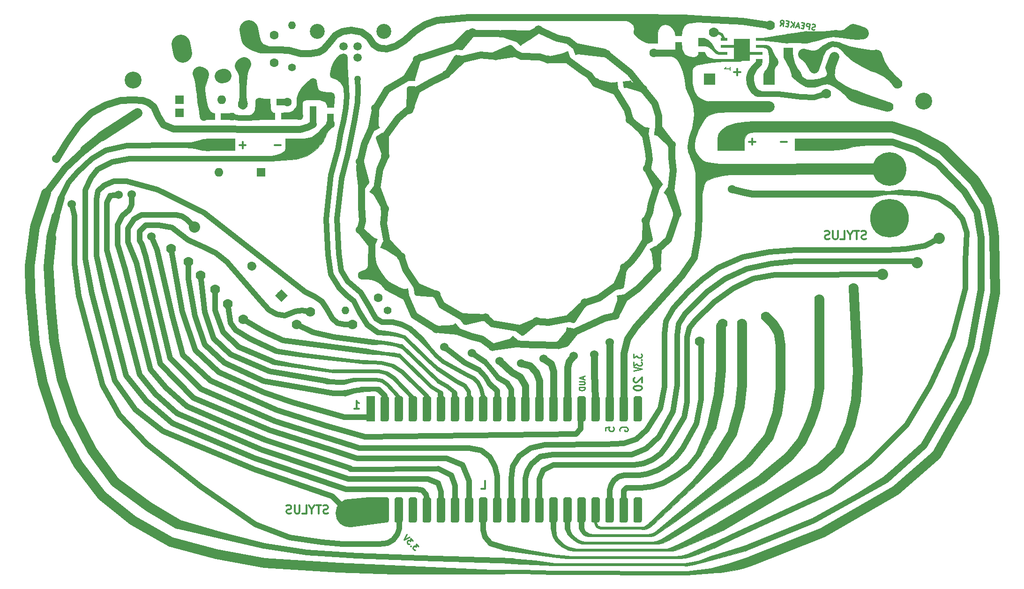
<source format=gbl>
G04 #@! TF.GenerationSoftware,KiCad,Pcbnew,(5.1.0-998-gf550ecaf1)*
G04 #@! TF.CreationDate,2019-07-11T01:53:52-07:00*
G04 #@! TF.ProjectId,Stylish-Belt-Synth - Full,5374796c-6973-4682-9d42-656c742d5379,rev?*
G04 #@! TF.SameCoordinates,Original*
G04 #@! TF.FileFunction,Copper,L2,Bot*
G04 #@! TF.FilePolarity,Positive*
%FSLAX46Y46*%
G04 Gerber Fmt 4.6, Leading zero omitted, Abs format (unit mm)*
G04 Created by KiCad (PCBNEW (5.1.0-998-gf550ecaf1)) date 2019-07-11 01:53:52*
%MOMM*%
%LPD*%
G04 APERTURE LIST*
%ADD10C,0.100000*%
%ADD11C,0.300000*%
%ADD12C,0.254000*%
%ADD13C,0.200000*%
%ADD14R,1.143000X0.508000*%
%ADD15R,3.000000X4.000000*%
%ADD16R,1.250000X1.500000*%
%ADD17R,2.000000X1.270000*%
%ADD18O,1.400000X1.400000*%
%ADD19C,1.400000*%
%ADD20R,2.286000X1.270000*%
%ADD21C,1.600000*%
%ADD22C,3.352800*%
%ADD23C,3.352800*%
%ADD24C,2.540000*%
%ADD25C,2.540000*%
%ADD26C,2.000000*%
%ADD27R,2.000000X2.000000*%
%ADD28R,1.270000X2.286000*%
%ADD29R,1.600000X1.600000*%
%ADD30C,6.096000*%
%ADD31C,6.985000*%
%ADD32C,3.049000*%
%ADD33R,5.000000X2.250000*%
%ADD34O,1.600000X1.600000*%
%ADD35C,1.600000*%
%ADD36C,2.200000*%
%ADD37C,2.200000*%
%ADD38C,1.778000*%
%ADD39C,1.778000*%
%ADD40C,5.080000*%
%ADD41R,1.700000X1.700000*%
%ADD42O,1.700000X1.700000*%
%ADD43C,1.250000*%
%ADD44R,3.048000X1.270000*%
%ADD45R,1.270000X3.048000*%
%ADD46C,1.524000*%
%ADD47R,1.524000X4.572000*%
%ADD48C,2.700000*%
%ADD49C,1.520000*%
%ADD50C,2.032000*%
%ADD51C,1.270000*%
%ADD52C,1.524000*%
%ADD53C,1.016000*%
%ADD54C,1.270000*%
%ADD55C,0.990600*%
%ADD56C,0.482600*%
%ADD57C,0.762000*%
%ADD58C,0.508000*%
%ADD59C,2.032000*%
%ADD60C,0.889000*%
%ADD61C,0.635000*%
%ADD62C,0.939800*%
%ADD63C,0.685800*%
%ADD64C,0.812800*%
G04 APERTURE END LIST*
D10*
G36*
X198440000Y-61440000D02*
G01*
X198500000Y-62210000D01*
X198660000Y-62910000D01*
X198820000Y-63460000D01*
X199040000Y-63950000D01*
X199290000Y-64340000D01*
X199760000Y-64910000D01*
X198740000Y-64900000D01*
X198280000Y-65690000D01*
X198090000Y-64880000D01*
X197770000Y-64140000D01*
X197430000Y-63440000D01*
X197110000Y-62890000D01*
X196880000Y-62510000D01*
X196820000Y-62270000D01*
X198140000Y-62000000D01*
X198410000Y-60640000D01*
X198440000Y-61440000D01*
G37*
X198440000Y-61440000D02*
X198500000Y-62210000D01*
X198660000Y-62910000D01*
X198820000Y-63460000D01*
X199040000Y-63950000D01*
X199290000Y-64340000D01*
X199760000Y-64910000D01*
X198740000Y-64900000D01*
X198280000Y-65690000D01*
X198090000Y-64880000D01*
X197770000Y-64140000D01*
X197430000Y-63440000D01*
X197110000Y-62890000D01*
X196880000Y-62510000D01*
X196820000Y-62270000D01*
X198140000Y-62000000D01*
X198410000Y-60640000D01*
X198440000Y-61440000D01*
G36*
X111320000Y-66930000D02*
G01*
X111560000Y-67230000D01*
X112190000Y-67130000D01*
X112400000Y-66700000D01*
X112430000Y-67170000D01*
X112510000Y-67580000D01*
X112640000Y-67920000D01*
X112830000Y-68190000D01*
X113230000Y-68460000D01*
X113740000Y-68580000D01*
X114350000Y-68660000D01*
X114920000Y-68660000D01*
X114530000Y-69010000D01*
X114310000Y-69520000D01*
X114910000Y-70030000D01*
X115700000Y-69420000D01*
X115620000Y-69960000D01*
X115570000Y-70380000D01*
X115540000Y-70880000D01*
X115530000Y-71370000D01*
X114370000Y-71360000D01*
X114310000Y-71010000D01*
X114180000Y-70680000D01*
X113960000Y-70430000D01*
X113700000Y-70240000D01*
X113400000Y-70120000D01*
X113070000Y-70030000D01*
X112750000Y-69980000D01*
X112390000Y-69970000D01*
X111150000Y-69970000D01*
X110590000Y-70000000D01*
X110320000Y-70040000D01*
X110110000Y-70160000D01*
X109950000Y-70310000D01*
X109860000Y-70510000D01*
X109810000Y-70760000D01*
X109810000Y-71530000D01*
X109840000Y-72220000D01*
X109880000Y-72570000D01*
X109950000Y-72900000D01*
X109310000Y-72500000D01*
X107510000Y-72810000D01*
X106110000Y-72380000D01*
X106800000Y-72310000D01*
X107330000Y-72240000D01*
X107740000Y-72160000D01*
X108080000Y-72000000D01*
X108330000Y-71790000D01*
X108520000Y-71550000D01*
X108700000Y-71240000D01*
X108790000Y-70880000D01*
X108820000Y-70240000D01*
X108850000Y-69710000D01*
X108960000Y-69220000D01*
X109130000Y-68750000D01*
X109380000Y-68310000D01*
X109640000Y-67880000D01*
X109970000Y-67490000D01*
X110330000Y-67130000D01*
X110720000Y-66815000D01*
X111310000Y-66330000D01*
X111320000Y-66930000D01*
G37*
X111320000Y-66930000D02*
X111560000Y-67230000D01*
X112190000Y-67130000D01*
X112400000Y-66700000D01*
X112430000Y-67170000D01*
X112510000Y-67580000D01*
X112640000Y-67920000D01*
X112830000Y-68190000D01*
X113230000Y-68460000D01*
X113740000Y-68580000D01*
X114350000Y-68660000D01*
X114920000Y-68660000D01*
X114530000Y-69010000D01*
X114310000Y-69520000D01*
X114910000Y-70030000D01*
X115700000Y-69420000D01*
X115620000Y-69960000D01*
X115570000Y-70380000D01*
X115540000Y-70880000D01*
X115530000Y-71370000D01*
X114370000Y-71360000D01*
X114310000Y-71010000D01*
X114180000Y-70680000D01*
X113960000Y-70430000D01*
X113700000Y-70240000D01*
X113400000Y-70120000D01*
X113070000Y-70030000D01*
X112750000Y-69980000D01*
X112390000Y-69970000D01*
X111150000Y-69970000D01*
X110590000Y-70000000D01*
X110320000Y-70040000D01*
X110110000Y-70160000D01*
X109950000Y-70310000D01*
X109860000Y-70510000D01*
X109810000Y-70760000D01*
X109810000Y-71530000D01*
X109840000Y-72220000D01*
X109880000Y-72570000D01*
X109950000Y-72900000D01*
X109310000Y-72500000D01*
X107510000Y-72810000D01*
X106110000Y-72380000D01*
X106800000Y-72310000D01*
X107330000Y-72240000D01*
X107740000Y-72160000D01*
X108080000Y-72000000D01*
X108330000Y-71790000D01*
X108520000Y-71550000D01*
X108700000Y-71240000D01*
X108790000Y-70880000D01*
X108820000Y-70240000D01*
X108850000Y-69710000D01*
X108960000Y-69220000D01*
X109130000Y-68750000D01*
X109380000Y-68310000D01*
X109640000Y-67880000D01*
X109970000Y-67490000D01*
X110330000Y-67130000D01*
X110720000Y-66815000D01*
X111310000Y-66330000D01*
X111320000Y-66930000D01*
G36*
X102540000Y-69740000D02*
G01*
X102900000Y-69790000D01*
X103370000Y-69820000D01*
X103930000Y-69840000D01*
X104090000Y-71030000D01*
X104085000Y-71290000D01*
X104110000Y-71560000D01*
X104200000Y-71960000D01*
X104400000Y-72170000D01*
X104610000Y-72320000D01*
X104850000Y-72380000D01*
X104830000Y-73540000D01*
X103645000Y-73550000D01*
X102460000Y-73570000D01*
X101690000Y-73610000D01*
X101035000Y-73650000D01*
X100380000Y-73720000D01*
X100490000Y-73480000D01*
X101870000Y-73470000D01*
X102050000Y-73330000D01*
X102185000Y-72587500D01*
X101680000Y-72500000D01*
X100310000Y-72820000D01*
X100650000Y-72690000D01*
X100910000Y-72470000D01*
X101100000Y-72210000D01*
X101250000Y-71870000D01*
X101320000Y-71570000D01*
X101370000Y-71060000D01*
X101380000Y-70770000D01*
X101360000Y-70450000D01*
X102455000Y-71102500D01*
X102590000Y-70360000D01*
X102170000Y-69670000D01*
X102540000Y-69740000D01*
G37*
X102540000Y-69740000D02*
X102900000Y-69790000D01*
X103370000Y-69820000D01*
X103930000Y-69840000D01*
X104090000Y-71030000D01*
X104085000Y-71290000D01*
X104110000Y-71560000D01*
X104200000Y-71960000D01*
X104400000Y-72170000D01*
X104610000Y-72320000D01*
X104850000Y-72380000D01*
X104830000Y-73540000D01*
X103645000Y-73550000D01*
X102460000Y-73570000D01*
X101690000Y-73610000D01*
X101035000Y-73650000D01*
X100380000Y-73720000D01*
X100490000Y-73480000D01*
X101870000Y-73470000D01*
X102050000Y-73330000D01*
X102185000Y-72587500D01*
X101680000Y-72500000D01*
X100310000Y-72820000D01*
X100650000Y-72690000D01*
X100910000Y-72470000D01*
X101100000Y-72210000D01*
X101250000Y-71870000D01*
X101320000Y-71570000D01*
X101370000Y-71060000D01*
X101380000Y-70770000D01*
X101360000Y-70450000D01*
X102455000Y-71102500D01*
X102590000Y-70360000D01*
X102170000Y-69670000D01*
X102540000Y-69740000D01*
G36*
X122960000Y-98050000D02*
G01*
X123060000Y-98890000D01*
X123260000Y-99710000D01*
X123580000Y-100400000D01*
X124160000Y-101320000D01*
X124770000Y-102150000D01*
X125390000Y-102800000D01*
X126060000Y-103280000D01*
X127080000Y-103800000D01*
X125390000Y-103320000D01*
X124990000Y-103420000D01*
X124730000Y-104170000D01*
X124070000Y-103430000D01*
X123560000Y-103040000D01*
X123050000Y-102750000D01*
X122330000Y-102510000D01*
X121540000Y-102410000D01*
X120670000Y-102450000D01*
X121300000Y-101780000D01*
X121060000Y-101240000D01*
X120410000Y-101000000D01*
X120980000Y-100840000D01*
X121370000Y-100610000D01*
X121580000Y-100330000D01*
X121690000Y-99950000D01*
X121690000Y-99410000D01*
X122900000Y-97140000D01*
X122960000Y-98050000D01*
G37*
X122960000Y-98050000D02*
X123060000Y-98890000D01*
X123260000Y-99710000D01*
X123580000Y-100400000D01*
X124160000Y-101320000D01*
X124770000Y-102150000D01*
X125390000Y-102800000D01*
X126060000Y-103280000D01*
X127080000Y-103800000D01*
X125390000Y-103320000D01*
X124990000Y-103420000D01*
X124730000Y-104170000D01*
X124070000Y-103430000D01*
X123560000Y-103040000D01*
X123050000Y-102750000D01*
X122330000Y-102510000D01*
X121540000Y-102410000D01*
X120670000Y-102450000D01*
X121300000Y-101780000D01*
X121060000Y-101240000D01*
X120410000Y-101000000D01*
X120980000Y-100840000D01*
X121370000Y-100610000D01*
X121580000Y-100330000D01*
X121690000Y-99950000D01*
X121690000Y-99410000D01*
X122900000Y-97140000D01*
X122960000Y-98050000D01*
G36*
X100060000Y-64840000D02*
G01*
X99820000Y-65770000D01*
X99730000Y-66810000D01*
X99720000Y-67840000D01*
X99720000Y-69190000D01*
X99770000Y-70080000D01*
X99920000Y-70740000D01*
X99100000Y-70310000D01*
X98260000Y-70710000D01*
X98420000Y-70130000D01*
X98510000Y-69300000D01*
X98550000Y-68560000D01*
X98530000Y-67550000D01*
X98450000Y-66350000D01*
X98380000Y-65660000D01*
X98250000Y-65160000D01*
X98100000Y-64820000D01*
X97900000Y-64510000D01*
X98950000Y-64660000D01*
X100460000Y-63930000D01*
X100060000Y-64840000D01*
G37*
X100060000Y-64840000D02*
X99820000Y-65770000D01*
X99730000Y-66810000D01*
X99720000Y-67840000D01*
X99720000Y-69190000D01*
X99770000Y-70080000D01*
X99920000Y-70740000D01*
X99100000Y-70310000D01*
X98260000Y-70710000D01*
X98420000Y-70130000D01*
X98510000Y-69300000D01*
X98550000Y-68560000D01*
X98530000Y-67550000D01*
X98450000Y-66350000D01*
X98380000Y-65660000D01*
X98250000Y-65160000D01*
X98100000Y-64820000D01*
X97900000Y-64510000D01*
X98950000Y-64660000D01*
X100460000Y-63930000D01*
X100060000Y-64840000D01*
G36*
X91480000Y-65970000D02*
G01*
X92860000Y-65890000D01*
X92680000Y-66320000D01*
X92540000Y-66670000D01*
X92380000Y-67250000D01*
X92270000Y-67740000D01*
X92270000Y-68590000D01*
X92450000Y-70040000D01*
X92740000Y-71220000D01*
X92970000Y-71740000D01*
X93240000Y-72130000D01*
X93590000Y-72330000D01*
X94050000Y-72450000D01*
X92160000Y-72350000D01*
X91800000Y-69180000D01*
X91955000Y-67365000D01*
X91650000Y-67030000D01*
X91180000Y-67050000D01*
X90890000Y-67375000D01*
X91360000Y-72950000D01*
X91100000Y-71610000D01*
X90900000Y-70380000D01*
X90760000Y-68990000D01*
X90660000Y-68160000D01*
X90560000Y-67180000D01*
X90470000Y-66660000D01*
X90310000Y-66110000D01*
X90090000Y-65580000D01*
X91480000Y-65970000D01*
G37*
X91480000Y-65970000D02*
X92860000Y-65890000D01*
X92680000Y-66320000D01*
X92540000Y-66670000D01*
X92380000Y-67250000D01*
X92270000Y-67740000D01*
X92270000Y-68590000D01*
X92450000Y-70040000D01*
X92740000Y-71220000D01*
X92970000Y-71740000D01*
X93240000Y-72130000D01*
X93590000Y-72330000D01*
X94050000Y-72450000D01*
X92160000Y-72350000D01*
X91800000Y-69180000D01*
X91955000Y-67365000D01*
X91650000Y-67030000D01*
X91180000Y-67050000D01*
X90890000Y-67375000D01*
X91360000Y-72950000D01*
X91100000Y-71610000D01*
X90900000Y-70380000D01*
X90760000Y-68990000D01*
X90660000Y-68160000D01*
X90560000Y-67180000D01*
X90470000Y-66660000D01*
X90310000Y-66110000D01*
X90090000Y-65580000D01*
X91480000Y-65970000D01*
G36*
X102250000Y-59070000D02*
G01*
X102340000Y-59360000D01*
X102490000Y-59600000D01*
X102700000Y-59880000D01*
X102960000Y-60040000D01*
X103370000Y-60210000D01*
X103820000Y-60310000D01*
X104510000Y-60350000D01*
X102350000Y-61530000D01*
X101860000Y-61440000D01*
X101420000Y-61300000D01*
X100970000Y-61140000D01*
X100570000Y-60930000D01*
X100115000Y-60640000D01*
X99630000Y-60310000D01*
X100860000Y-59250000D01*
X102140000Y-58630000D01*
X102250000Y-59070000D01*
G37*
X102250000Y-59070000D02*
X102340000Y-59360000D01*
X102490000Y-59600000D01*
X102700000Y-59880000D01*
X102960000Y-60040000D01*
X103370000Y-60210000D01*
X103820000Y-60310000D01*
X104510000Y-60350000D01*
X102350000Y-61530000D01*
X101860000Y-61440000D01*
X101420000Y-61300000D01*
X100970000Y-61140000D01*
X100570000Y-60930000D01*
X100115000Y-60640000D01*
X99630000Y-60310000D01*
X100860000Y-59250000D01*
X102140000Y-58630000D01*
X102250000Y-59070000D01*
G36*
X116730000Y-62210000D02*
G01*
X116990000Y-62850000D01*
X117660000Y-62760000D01*
X117990000Y-62310000D01*
X117990000Y-63050000D01*
X117840000Y-69100000D01*
X117340000Y-68160000D01*
X117120000Y-67480000D01*
X116710000Y-66860000D01*
X116220000Y-66420000D01*
X115770000Y-66190000D01*
X115310000Y-66080000D01*
X115960000Y-65810000D01*
X115940000Y-65270000D01*
X115550000Y-64930000D01*
X115160000Y-65020000D01*
X114850000Y-65370000D01*
X115080000Y-64060000D01*
X115550000Y-63130000D01*
X116120000Y-62270000D01*
X116630000Y-61870000D01*
X117040000Y-61690000D01*
X116730000Y-62210000D01*
G37*
X116730000Y-62210000D02*
X116990000Y-62850000D01*
X117660000Y-62760000D01*
X117990000Y-62310000D01*
X117990000Y-63050000D01*
X117840000Y-69100000D01*
X117340000Y-68160000D01*
X117120000Y-67480000D01*
X116710000Y-66860000D01*
X116220000Y-66420000D01*
X115770000Y-66190000D01*
X115310000Y-66080000D01*
X115960000Y-65810000D01*
X115940000Y-65270000D01*
X115550000Y-64930000D01*
X115160000Y-65020000D01*
X114850000Y-65370000D01*
X115080000Y-64060000D01*
X115550000Y-63130000D01*
X116120000Y-62270000D01*
X116630000Y-61870000D01*
X117040000Y-61690000D01*
X116730000Y-62210000D01*
G36*
X205150000Y-60570000D02*
G01*
X204700000Y-60890000D01*
X204450000Y-61100000D01*
X204230000Y-61460000D01*
X204020000Y-61910000D01*
X203770000Y-62690000D01*
X202500000Y-62500000D01*
X201950000Y-62980000D01*
X201540000Y-64760000D01*
X201100000Y-63950000D01*
X200650000Y-63320000D01*
X200230000Y-62860000D01*
X199720000Y-62420000D01*
X201150000Y-62140000D01*
X200690000Y-60830000D01*
X201870000Y-61140000D01*
X202500000Y-61090000D01*
X203090000Y-60840000D01*
X203940000Y-60200000D01*
X204380000Y-59880000D01*
X204910000Y-59610000D01*
X205560000Y-59480000D01*
X205150000Y-60570000D01*
G37*
X205150000Y-60570000D02*
X204700000Y-60890000D01*
X204450000Y-61100000D01*
X204230000Y-61460000D01*
X204020000Y-61910000D01*
X203770000Y-62690000D01*
X202500000Y-62500000D01*
X201950000Y-62980000D01*
X201540000Y-64760000D01*
X201100000Y-63950000D01*
X200650000Y-63320000D01*
X200230000Y-62860000D01*
X199720000Y-62420000D01*
X201150000Y-62140000D01*
X200690000Y-60830000D01*
X201870000Y-61140000D01*
X202500000Y-61090000D01*
X203090000Y-60840000D01*
X203940000Y-60200000D01*
X204380000Y-59880000D01*
X204910000Y-59610000D01*
X205560000Y-59480000D01*
X205150000Y-60570000D01*
G36*
X208760000Y-60300000D02*
G01*
X210400000Y-60690000D01*
X211950000Y-60900000D01*
X212830000Y-60980000D01*
X213640000Y-61000000D01*
X214480000Y-61580000D01*
X215040000Y-63080000D01*
X215850000Y-64430000D01*
X216950000Y-65610000D01*
X218040000Y-66570000D01*
X217365000Y-66535000D01*
X215220000Y-64610000D01*
X213550000Y-62190000D01*
X212260000Y-62190000D01*
X212590000Y-63280000D01*
X214830000Y-64570000D01*
X216830000Y-67175000D01*
X216970000Y-67850000D01*
X215810000Y-66490000D01*
X214710000Y-65680000D01*
X213600000Y-65100000D01*
X212450000Y-64700000D01*
X210810000Y-63900000D01*
X209210000Y-62940000D01*
X207780000Y-61660000D01*
X207370000Y-61120000D01*
X206880000Y-59660000D01*
X208760000Y-60300000D01*
G37*
X208760000Y-60300000D02*
X210400000Y-60690000D01*
X211950000Y-60900000D01*
X212830000Y-60980000D01*
X213640000Y-61000000D01*
X214480000Y-61580000D01*
X215040000Y-63080000D01*
X215850000Y-64430000D01*
X216950000Y-65610000D01*
X218040000Y-66570000D01*
X217365000Y-66535000D01*
X215220000Y-64610000D01*
X213550000Y-62190000D01*
X212260000Y-62190000D01*
X212590000Y-63280000D01*
X214830000Y-64570000D01*
X216830000Y-67175000D01*
X216970000Y-67850000D01*
X215810000Y-66490000D01*
X214710000Y-65680000D01*
X213600000Y-65100000D01*
X212450000Y-64700000D01*
X210810000Y-63900000D01*
X209210000Y-62940000D01*
X207780000Y-61660000D01*
X207370000Y-61120000D01*
X206880000Y-59660000D01*
X208760000Y-60300000D01*
G36*
X216010000Y-70490000D02*
G01*
X215230000Y-70970000D01*
X215510000Y-72090000D01*
X210730000Y-70870000D01*
X211010000Y-69840000D01*
X211450000Y-68890000D01*
X216010000Y-70490000D01*
G37*
X216010000Y-70490000D02*
X215230000Y-70970000D01*
X215510000Y-72090000D01*
X210730000Y-70870000D01*
X211010000Y-69840000D01*
X211450000Y-68890000D01*
X216010000Y-70490000D01*
G36*
X209640000Y-58140000D02*
G01*
X211140000Y-59010000D01*
X210110000Y-59040000D01*
X209040000Y-58980000D01*
X207170000Y-58720000D01*
X206257500Y-58605000D01*
X205740000Y-58570000D01*
X205280000Y-58620000D01*
X204210000Y-58850000D01*
X203415000Y-58210000D01*
X201630000Y-58860000D01*
X201320000Y-57950000D01*
X200830000Y-57790000D01*
X200430000Y-58000000D01*
X200370000Y-58470000D01*
X200620000Y-58800000D01*
X201420000Y-58920000D01*
X201900000Y-59520000D01*
X201060000Y-59720000D01*
X200280000Y-59740000D01*
X199740000Y-59690000D01*
X199010000Y-59680000D01*
X197620000Y-59700000D01*
X198180000Y-58510000D01*
X197340000Y-58100000D01*
X198350000Y-57977500D01*
X199080000Y-57855000D01*
X199940000Y-57700000D01*
X200820000Y-57610000D01*
X201710000Y-57610000D01*
X202680000Y-57660000D01*
X203900000Y-57650000D01*
X204800000Y-57580000D01*
X205590000Y-57440000D01*
X206190000Y-57410000D01*
X206740000Y-57440000D01*
X207100000Y-57460000D01*
X207427500Y-57417500D01*
X207750000Y-57310000D01*
X208130000Y-56960000D01*
X208860000Y-56440000D01*
X209640000Y-58140000D01*
G37*
X209640000Y-58140000D02*
X211140000Y-59010000D01*
X210110000Y-59040000D01*
X209040000Y-58980000D01*
X207170000Y-58720000D01*
X206257500Y-58605000D01*
X205740000Y-58570000D01*
X205280000Y-58620000D01*
X204210000Y-58850000D01*
X203415000Y-58210000D01*
X201630000Y-58860000D01*
X201320000Y-57950000D01*
X200830000Y-57790000D01*
X200430000Y-58000000D01*
X200370000Y-58470000D01*
X200620000Y-58800000D01*
X201420000Y-58920000D01*
X201900000Y-59520000D01*
X201060000Y-59720000D01*
X200280000Y-59740000D01*
X199740000Y-59690000D01*
X199010000Y-59680000D01*
X197620000Y-59700000D01*
X198180000Y-58510000D01*
X197340000Y-58100000D01*
X198350000Y-57977500D01*
X199080000Y-57855000D01*
X199940000Y-57700000D01*
X200820000Y-57610000D01*
X201710000Y-57610000D01*
X202680000Y-57660000D01*
X203900000Y-57650000D01*
X204800000Y-57580000D01*
X205590000Y-57440000D01*
X206190000Y-57410000D01*
X206740000Y-57440000D01*
X207100000Y-57460000D01*
X207427500Y-57417500D01*
X207750000Y-57310000D01*
X208130000Y-56960000D01*
X208860000Y-56440000D01*
X209640000Y-58140000D01*
G36*
X180640000Y-68380000D02*
G01*
X181220000Y-69370000D01*
X181890000Y-69860000D01*
X182530000Y-70160000D01*
X183320000Y-70330000D01*
X184420000Y-70340000D01*
X183180000Y-70680000D01*
X182905000Y-70990000D01*
X182720000Y-71380000D01*
X183190000Y-71950000D01*
X186010000Y-72260000D01*
X185060000Y-72310000D01*
X184250000Y-72430000D01*
X183480000Y-72680000D01*
X182940000Y-73010000D01*
X182480000Y-73540000D01*
X180280000Y-75050000D01*
X180550000Y-73435000D01*
X180600000Y-72622500D01*
X180580000Y-71830000D01*
X180422500Y-71087500D01*
X180195000Y-70365000D01*
X179570000Y-68910000D01*
X180230000Y-66730000D01*
X180640000Y-68380000D01*
G37*
X180640000Y-68380000D02*
X181220000Y-69370000D01*
X181890000Y-69860000D01*
X182530000Y-70160000D01*
X183320000Y-70330000D01*
X184420000Y-70340000D01*
X183180000Y-70680000D01*
X182905000Y-70990000D01*
X182720000Y-71380000D01*
X183190000Y-71950000D01*
X186010000Y-72260000D01*
X185060000Y-72310000D01*
X184250000Y-72430000D01*
X183480000Y-72680000D01*
X182940000Y-73010000D01*
X182480000Y-73540000D01*
X180280000Y-75050000D01*
X180550000Y-73435000D01*
X180600000Y-72622500D01*
X180580000Y-71830000D01*
X180422500Y-71087500D01*
X180195000Y-70365000D01*
X179570000Y-68910000D01*
X180230000Y-66730000D01*
X180640000Y-68380000D01*
G36*
X176000000Y-54540000D02*
G01*
X178710000Y-54580000D01*
X180160000Y-54660000D01*
X181250000Y-54770000D01*
X182170000Y-55970000D01*
X181100000Y-55970000D01*
X180390000Y-56030000D01*
X179760000Y-56120000D01*
X179250000Y-56310000D01*
X178880000Y-56620000D01*
X178630000Y-57080000D01*
X178460000Y-57700000D01*
X178380000Y-58390000D01*
X178440000Y-56640000D01*
X178280000Y-55920000D01*
X177447500Y-55820000D01*
X176945000Y-56670000D01*
X177430000Y-57430000D01*
X177220000Y-58390000D01*
X177130000Y-57850000D01*
X177010000Y-57480000D01*
X176770000Y-57120000D01*
X176320000Y-56700000D01*
X175860000Y-56450000D01*
X175400000Y-56380000D01*
X175060000Y-56420000D01*
X174780000Y-56520000D01*
X174400000Y-56920000D01*
X174170000Y-57300000D01*
X174090000Y-57560000D01*
X174040000Y-57970000D01*
X174060000Y-58250000D01*
X174010000Y-58860000D01*
X173370000Y-58510000D01*
X172560000Y-58530000D01*
X172530000Y-59780000D01*
X171950000Y-59650000D01*
X171390000Y-59430000D01*
X170690000Y-58970000D01*
X170310000Y-58650000D01*
X169980000Y-58300000D01*
X170737500Y-58112500D01*
X171185000Y-57765000D01*
X170550000Y-57190000D01*
X169740000Y-57610000D01*
X169760000Y-57320000D01*
X169750000Y-57010000D01*
X169690000Y-56730000D01*
X169580000Y-56470000D01*
X169400000Y-56250000D01*
X169180000Y-56070000D01*
X168960000Y-55910000D01*
X168680000Y-55780000D01*
X168370000Y-55720000D01*
X168040000Y-55700000D01*
X168650000Y-55080000D01*
X168570000Y-54530000D01*
X172410000Y-54530000D01*
X176000000Y-54540000D01*
G37*
X176000000Y-54540000D02*
X178710000Y-54580000D01*
X180160000Y-54660000D01*
X181250000Y-54770000D01*
X182170000Y-55970000D01*
X181100000Y-55970000D01*
X180390000Y-56030000D01*
X179760000Y-56120000D01*
X179250000Y-56310000D01*
X178880000Y-56620000D01*
X178630000Y-57080000D01*
X178460000Y-57700000D01*
X178380000Y-58390000D01*
X178440000Y-56640000D01*
X178280000Y-55920000D01*
X177447500Y-55820000D01*
X176945000Y-56670000D01*
X177430000Y-57430000D01*
X177220000Y-58390000D01*
X177130000Y-57850000D01*
X177010000Y-57480000D01*
X176770000Y-57120000D01*
X176320000Y-56700000D01*
X175860000Y-56450000D01*
X175400000Y-56380000D01*
X175060000Y-56420000D01*
X174780000Y-56520000D01*
X174400000Y-56920000D01*
X174170000Y-57300000D01*
X174090000Y-57560000D01*
X174040000Y-57970000D01*
X174060000Y-58250000D01*
X174010000Y-58860000D01*
X173370000Y-58510000D01*
X172560000Y-58530000D01*
X172530000Y-59780000D01*
X171950000Y-59650000D01*
X171390000Y-59430000D01*
X170690000Y-58970000D01*
X170310000Y-58650000D01*
X169980000Y-58300000D01*
X170737500Y-58112500D01*
X171185000Y-57765000D01*
X170550000Y-57190000D01*
X169740000Y-57610000D01*
X169760000Y-57320000D01*
X169750000Y-57010000D01*
X169690000Y-56730000D01*
X169580000Y-56470000D01*
X169400000Y-56250000D01*
X169180000Y-56070000D01*
X168960000Y-55910000D01*
X168680000Y-55780000D01*
X168370000Y-55720000D01*
X168040000Y-55700000D01*
X168650000Y-55080000D01*
X168570000Y-54530000D01*
X172410000Y-54530000D01*
X176000000Y-54540000D01*
G36*
X206019400Y-64566800D02*
G01*
X205968600Y-65303400D01*
X206044800Y-65836800D01*
X206273400Y-66243200D01*
X206654400Y-66624200D01*
X207264000Y-67056000D01*
X208076800Y-67564000D01*
X208870000Y-67970000D01*
X209730000Y-68270000D01*
X208630000Y-69960000D01*
X207910000Y-69140000D01*
X207020000Y-68380000D01*
X206230000Y-67830000D01*
X205420000Y-67330000D01*
X205020000Y-67170000D01*
X204630000Y-67130000D01*
X204180000Y-67160000D01*
X203710000Y-67290000D01*
X203080000Y-67530000D01*
X202470000Y-67670000D01*
X201850000Y-67710000D01*
X201320000Y-67690000D01*
X200770000Y-67580000D01*
X200170000Y-67280000D01*
X199540000Y-66850000D01*
X198500000Y-65990000D01*
X199580000Y-65780000D01*
X199880000Y-65160000D01*
X199980000Y-65470000D01*
X200120000Y-65740000D01*
X200290000Y-65910000D01*
X200460000Y-66040000D01*
X200770000Y-66230000D01*
X201014800Y-66335500D01*
X201270000Y-66390000D01*
X201624800Y-66390500D01*
X201980000Y-66360000D01*
X202710000Y-66260000D01*
X203238100Y-66154300D01*
X203733400Y-66014600D01*
X204210000Y-65870000D01*
X204430000Y-65700000D01*
X204580000Y-65500000D01*
X204630000Y-65230000D01*
X204600000Y-64960000D01*
X204530000Y-64685000D01*
X204420000Y-64400000D01*
X206019400Y-64566800D01*
G37*
X206019400Y-64566800D02*
X205968600Y-65303400D01*
X206044800Y-65836800D01*
X206273400Y-66243200D01*
X206654400Y-66624200D01*
X207264000Y-67056000D01*
X208076800Y-67564000D01*
X208870000Y-67970000D01*
X209730000Y-68270000D01*
X208630000Y-69960000D01*
X207910000Y-69140000D01*
X207020000Y-68380000D01*
X206230000Y-67830000D01*
X205420000Y-67330000D01*
X205020000Y-67170000D01*
X204630000Y-67130000D01*
X204180000Y-67160000D01*
X203710000Y-67290000D01*
X203080000Y-67530000D01*
X202470000Y-67670000D01*
X201850000Y-67710000D01*
X201320000Y-67690000D01*
X200770000Y-67580000D01*
X200170000Y-67280000D01*
X199540000Y-66850000D01*
X198500000Y-65990000D01*
X199580000Y-65780000D01*
X199880000Y-65160000D01*
X199980000Y-65470000D01*
X200120000Y-65740000D01*
X200290000Y-65910000D01*
X200460000Y-66040000D01*
X200770000Y-66230000D01*
X201014800Y-66335500D01*
X201270000Y-66390000D01*
X201624800Y-66390500D01*
X201980000Y-66360000D01*
X202710000Y-66260000D01*
X203238100Y-66154300D01*
X203733400Y-66014600D01*
X204210000Y-65870000D01*
X204430000Y-65700000D01*
X204580000Y-65500000D01*
X204630000Y-65230000D01*
X204600000Y-64960000D01*
X204530000Y-64685000D01*
X204420000Y-64400000D01*
X206019400Y-64566800D01*
G36*
X184454800Y-129514600D02*
G01*
X181762400Y-134391400D01*
X181000400Y-133883400D01*
X182880000Y-129032000D01*
X184454800Y-129514600D01*
G37*
X184454800Y-129514600D02*
X181762400Y-134391400D01*
X181000400Y-133883400D01*
X182880000Y-129032000D01*
X184454800Y-129514600D01*
G36*
X87858600Y-145999200D02*
G01*
X97129600Y-148691600D01*
X103759000Y-150317200D01*
X109753400Y-151663400D01*
X102844600Y-151130000D01*
X87096600Y-147447000D01*
X78460600Y-140944600D01*
X87858600Y-145999200D01*
G37*
X87858600Y-145999200D02*
X97129600Y-148691600D01*
X103759000Y-150317200D01*
X109753400Y-151663400D01*
X102844600Y-151130000D01*
X87096600Y-147447000D01*
X78460600Y-140944600D01*
X87858600Y-145999200D01*
G36*
X217855800Y-136779000D02*
G01*
X213639400Y-139903200D01*
X207187800Y-143103600D01*
X209042000Y-141782800D01*
X214782400Y-138252200D01*
X217932000Y-135483600D01*
X217855800Y-136779000D01*
G37*
X217855800Y-136779000D02*
X213639400Y-139903200D01*
X207187800Y-143103600D01*
X209042000Y-141782800D01*
X214782400Y-138252200D01*
X217932000Y-135483600D01*
X217855800Y-136779000D01*
G36*
X144195800Y-155422600D02*
G01*
X149580600Y-155702000D01*
X143319500Y-155746450D01*
X133591300Y-155759150D01*
X126390400Y-155778200D01*
X116382800Y-155448000D01*
X111658400Y-154254200D01*
X115824000Y-154000200D01*
X144195800Y-155422600D01*
G37*
X144195800Y-155422600D02*
X149580600Y-155702000D01*
X143319500Y-155746450D01*
X133591300Y-155759150D01*
X126390400Y-155778200D01*
X116382800Y-155448000D01*
X111658400Y-154254200D01*
X115824000Y-154000200D01*
X144195800Y-155422600D01*
G36*
X191211200Y-154127200D02*
G01*
X189712600Y-154660600D01*
X188290200Y-154990800D01*
X185369200Y-155498800D01*
X181635400Y-155549600D01*
X179476400Y-155244800D01*
X183616600Y-154711400D01*
X186690000Y-153898600D01*
X190550800Y-152603200D01*
X192557400Y-152577800D01*
X191211200Y-154127200D01*
G37*
X191211200Y-154127200D02*
X189712600Y-154660600D01*
X188290200Y-154990800D01*
X185369200Y-155498800D01*
X181635400Y-155549600D01*
X179476400Y-155244800D01*
X183616600Y-154711400D01*
X186690000Y-153898600D01*
X190550800Y-152603200D01*
X192557400Y-152577800D01*
X191211200Y-154127200D01*
G36*
X212953600Y-78155800D02*
G01*
X210896200Y-78257400D01*
X209423000Y-78460600D01*
X208280000Y-78790800D01*
X206679800Y-79044800D01*
X205105000Y-79146400D01*
X203708000Y-79171800D01*
X202819000Y-77317600D01*
X211937600Y-77292200D01*
X212953600Y-78155800D01*
G37*
X212953600Y-78155800D02*
X210896200Y-78257400D01*
X209423000Y-78460600D01*
X208280000Y-78790800D01*
X206679800Y-79044800D01*
X205105000Y-79146400D01*
X203708000Y-79171800D01*
X202819000Y-77317600D01*
X211937600Y-77292200D01*
X212953600Y-78155800D01*
G36*
X191566800Y-75793600D02*
G01*
X190855600Y-75895200D01*
X190347600Y-76123800D01*
X190068200Y-76352400D01*
X189865000Y-76784200D01*
X189788800Y-77038200D01*
X189357000Y-77520800D01*
X185369200Y-77597000D01*
X184861200Y-77038200D01*
X185064400Y-76174600D01*
X185547000Y-75463400D01*
X186512200Y-74752200D01*
X188087000Y-74218800D01*
X189992000Y-73964800D01*
X191516000Y-73964800D01*
X191566800Y-75793600D01*
G37*
X191566800Y-75793600D02*
X190855600Y-75895200D01*
X190347600Y-76123800D01*
X190068200Y-76352400D01*
X189865000Y-76784200D01*
X189788800Y-77038200D01*
X189357000Y-77520800D01*
X185369200Y-77597000D01*
X184861200Y-77038200D01*
X185064400Y-76174600D01*
X185547000Y-75463400D01*
X186512200Y-74752200D01*
X188087000Y-74218800D01*
X189992000Y-73964800D01*
X191516000Y-73964800D01*
X191566800Y-75793600D01*
G36*
X93497400Y-78105000D02*
G01*
X93116400Y-79197200D01*
X91744800Y-79121000D01*
X90805000Y-78867000D01*
X89890600Y-78689200D01*
X88468200Y-78613000D01*
X88417400Y-77749400D01*
X89789000Y-77673200D01*
X90449400Y-77520800D01*
X91109800Y-77317600D01*
X91897200Y-77139800D01*
X92964000Y-77012800D01*
X93497400Y-78105000D01*
G37*
X93497400Y-78105000D02*
X93116400Y-79197200D01*
X91744800Y-79121000D01*
X90805000Y-78867000D01*
X89890600Y-78689200D01*
X88468200Y-78613000D01*
X88417400Y-77749400D01*
X89789000Y-77673200D01*
X90449400Y-77520800D01*
X91109800Y-77317600D01*
X91897200Y-77139800D01*
X92964000Y-77012800D01*
X93497400Y-78105000D01*
G36*
X113588800Y-77571600D02*
G01*
X112293400Y-79044800D01*
X110693200Y-80137000D01*
X108712000Y-80721200D01*
X104241600Y-81102200D01*
X104292400Y-80187800D01*
X105105200Y-80010000D01*
X105943400Y-79730600D01*
X106680000Y-79197200D01*
X106908600Y-78333600D01*
X108077000Y-77190600D01*
X110185200Y-76987400D01*
X111556800Y-76784200D01*
X112547400Y-75996800D01*
X114376200Y-75768200D01*
X113588800Y-77571600D01*
G37*
X113588800Y-77571600D02*
X112293400Y-79044800D01*
X110693200Y-80137000D01*
X108712000Y-80721200D01*
X104241600Y-81102200D01*
X104292400Y-80187800D01*
X105105200Y-80010000D01*
X105943400Y-79730600D01*
X106680000Y-79197200D01*
X106908600Y-78333600D01*
X108077000Y-77190600D01*
X110185200Y-76987400D01*
X111556800Y-76784200D01*
X112547400Y-75996800D01*
X114376200Y-75768200D01*
X113588800Y-77571600D01*
D11*
X188988628Y-64978742D02*
X187845771Y-64978742D01*
X188417200Y-65550171D02*
X188417200Y-64407314D01*
D10*
G36*
X131648200Y-112928400D02*
G01*
X133502400Y-115163600D01*
X134442200Y-116611400D01*
X132994400Y-115570000D01*
X131064000Y-113639600D01*
X130225800Y-112217200D01*
X131648200Y-112928400D01*
G37*
X131648200Y-112928400D02*
X133502400Y-115163600D01*
X134442200Y-116611400D01*
X132994400Y-115570000D01*
X131064000Y-113639600D01*
X130225800Y-112217200D01*
X131648200Y-112928400D01*
G36*
X123825000Y-111658400D02*
G01*
X125222000Y-111810800D01*
X126923800Y-112115600D01*
X128447800Y-112649000D01*
X129514600Y-113995200D01*
X128041400Y-113080800D01*
X126720600Y-112725200D01*
X125222000Y-112572800D01*
X123418600Y-112496600D01*
X122402600Y-111226600D01*
X123825000Y-111658400D01*
G37*
X123825000Y-111658400D02*
X125222000Y-111810800D01*
X126923800Y-112115600D01*
X128447800Y-112649000D01*
X129514600Y-113995200D01*
X128041400Y-113080800D01*
X126720600Y-112725200D01*
X125222000Y-112572800D01*
X123418600Y-112496600D01*
X122402600Y-111226600D01*
X123825000Y-111658400D01*
G36*
X125679200Y-113766600D02*
G01*
X126784100Y-114033300D01*
X127812800Y-114274600D01*
X129184400Y-115874800D01*
X127685800Y-114909600D01*
X126517400Y-114528600D01*
X124333000Y-114223800D01*
X122529600Y-114274600D01*
X119786400Y-113436400D01*
X122631200Y-113360200D01*
X125679200Y-113766600D01*
G37*
X125679200Y-113766600D02*
X126784100Y-114033300D01*
X127812800Y-114274600D01*
X129184400Y-115874800D01*
X127685800Y-114909600D01*
X126517400Y-114528600D01*
X124333000Y-114223800D01*
X122529600Y-114274600D01*
X119786400Y-113436400D01*
X122631200Y-113360200D01*
X125679200Y-113766600D01*
G36*
X123088400Y-115316000D02*
G01*
X124942600Y-115595400D01*
X126415800Y-115697000D01*
X127406400Y-115925600D01*
X128778000Y-117475000D01*
X127279400Y-116560600D01*
X124739400Y-116154200D01*
X121539000Y-116001800D01*
X118872000Y-115214400D01*
X121869200Y-115112800D01*
X123088400Y-115316000D01*
G37*
X123088400Y-115316000D02*
X124942600Y-115595400D01*
X126415800Y-115697000D01*
X127406400Y-115925600D01*
X128778000Y-117475000D01*
X127279400Y-116560600D01*
X124739400Y-116154200D01*
X121539000Y-116001800D01*
X118872000Y-115214400D01*
X121869200Y-115112800D01*
X123088400Y-115316000D01*
G36*
X105410000Y-115011200D02*
G01*
X110109000Y-115773200D01*
X119380000Y-116941600D01*
X121043700Y-117094000D01*
X122529600Y-117170200D01*
X124536200Y-117576600D01*
X122555000Y-117779800D01*
X121056400Y-117729000D01*
X119634000Y-117602000D01*
X112344200Y-116814600D01*
X108712000Y-116408200D01*
X105130600Y-115900200D01*
X101854000Y-113741200D01*
X105410000Y-115011200D01*
G37*
X105410000Y-115011200D02*
X110109000Y-115773200D01*
X119380000Y-116941600D01*
X121043700Y-117094000D01*
X122529600Y-117170200D01*
X124536200Y-117576600D01*
X122555000Y-117779800D01*
X121056400Y-117729000D01*
X119634000Y-117602000D01*
X112344200Y-116814600D01*
X108712000Y-116408200D01*
X105130600Y-115900200D01*
X101854000Y-113741200D01*
X105410000Y-115011200D01*
G36*
X104749600Y-116941600D02*
G01*
X109778800Y-117957600D01*
X112699800Y-118465600D01*
X115366800Y-118846600D01*
X118719600Y-119176800D01*
X115392200Y-119380000D01*
X104419400Y-117805200D01*
X101346000Y-115976400D01*
X104749600Y-116941600D01*
G37*
X104749600Y-116941600D02*
X109778800Y-117957600D01*
X112699800Y-118465600D01*
X115366800Y-118846600D01*
X118719600Y-119176800D01*
X115392200Y-119380000D01*
X104419400Y-117805200D01*
X101346000Y-115976400D01*
X104749600Y-116941600D01*
G36*
X120777000Y-120624600D02*
G01*
X119989600Y-120878600D01*
X119176800Y-120980200D01*
X118491000Y-121158000D01*
X117932200Y-121310400D01*
X117271800Y-121462800D01*
X114274600Y-121361200D01*
X111429800Y-120421400D01*
X114350800Y-120446800D01*
X116154200Y-120650000D01*
X117500400Y-120599200D01*
X119075200Y-120319800D01*
X120777000Y-120624600D01*
G37*
X120777000Y-120624600D02*
X119989600Y-120878600D01*
X119176800Y-120980200D01*
X118491000Y-121158000D01*
X117932200Y-121310400D01*
X117271800Y-121462800D01*
X114274600Y-121361200D01*
X111429800Y-120421400D01*
X114350800Y-120446800D01*
X116154200Y-120650000D01*
X117500400Y-120599200D01*
X119075200Y-120319800D01*
X120777000Y-120624600D01*
G36*
X123774200Y-122174000D02*
G01*
X123418600Y-122809000D01*
X122936000Y-122682000D01*
X121259600Y-122707400D01*
X119303800Y-123012200D01*
X117525800Y-123545600D01*
X114681000Y-122834400D01*
X117043200Y-122605800D01*
X118110000Y-122402600D01*
X119176800Y-122148600D01*
X120497600Y-121945400D01*
X123647200Y-121920000D01*
X123774200Y-122174000D01*
G37*
X123774200Y-122174000D02*
X123418600Y-122809000D01*
X122936000Y-122682000D01*
X121259600Y-122707400D01*
X119303800Y-123012200D01*
X117525800Y-123545600D01*
X114681000Y-122834400D01*
X117043200Y-122605800D01*
X118110000Y-122402600D01*
X119176800Y-122148600D01*
X120497600Y-121945400D01*
X123647200Y-121920000D01*
X123774200Y-122174000D01*
G36*
X160731200Y-147294600D02*
G01*
X160807400Y-147751800D01*
X160985200Y-148082000D01*
X161467800Y-148386800D01*
X162306000Y-148590000D01*
X163753800Y-148869400D01*
X161975800Y-149021800D01*
X161518600Y-149021800D01*
X161036000Y-148920200D01*
X160578800Y-148666200D01*
X160096200Y-148107400D01*
X159816800Y-147421600D01*
X160197800Y-145592800D01*
X160731200Y-147294600D01*
G37*
X160731200Y-147294600D02*
X160807400Y-147751800D01*
X160985200Y-148082000D01*
X161467800Y-148386800D01*
X162306000Y-148590000D01*
X163753800Y-148869400D01*
X161975800Y-149021800D01*
X161518600Y-149021800D01*
X161036000Y-148920200D01*
X160578800Y-148666200D01*
X160096200Y-148107400D01*
X159816800Y-147421600D01*
X160197800Y-145592800D01*
X160731200Y-147294600D01*
G36*
X158191200Y-147497800D02*
G01*
X158292800Y-148005800D01*
X158546800Y-148463000D01*
X159105600Y-149098000D01*
X159867600Y-149656800D01*
X160832800Y-149936200D01*
X163703000Y-150190200D01*
X160324800Y-150317200D01*
X159562800Y-150114000D01*
X158750000Y-149606000D01*
X157759400Y-148666200D01*
X157276800Y-147548600D01*
X157632400Y-145897600D01*
X158191200Y-147497800D01*
G37*
X158191200Y-147497800D02*
X158292800Y-148005800D01*
X158546800Y-148463000D01*
X159105600Y-149098000D01*
X159867600Y-149656800D01*
X160832800Y-149936200D01*
X163703000Y-150190200D01*
X160324800Y-150317200D01*
X159562800Y-150114000D01*
X158750000Y-149606000D01*
X157759400Y-148666200D01*
X157276800Y-147548600D01*
X157632400Y-145897600D01*
X158191200Y-147497800D01*
G36*
X155651200Y-147497800D02*
G01*
X155752800Y-148767800D01*
X156032200Y-149352000D01*
X156540200Y-149834600D01*
X157073600Y-150342600D01*
X157708600Y-150723600D01*
X158597600Y-151028400D01*
X159588200Y-151231600D01*
X162153600Y-151409400D01*
X158877000Y-151638000D01*
X157861000Y-151434800D01*
X156540200Y-150749000D01*
X155549600Y-149834600D01*
X155041600Y-148971000D01*
X154736800Y-147497800D01*
X155168600Y-146380200D01*
X155651200Y-147497800D01*
G37*
X155651200Y-147497800D02*
X155752800Y-148767800D01*
X156032200Y-149352000D01*
X156540200Y-149834600D01*
X157073600Y-150342600D01*
X157708600Y-150723600D01*
X158597600Y-151028400D01*
X159588200Y-151231600D01*
X162153600Y-151409400D01*
X158877000Y-151638000D01*
X157861000Y-151434800D01*
X156540200Y-150749000D01*
X155549600Y-149834600D01*
X155041600Y-148971000D01*
X154736800Y-147497800D01*
X155168600Y-146380200D01*
X155651200Y-147497800D01*
G36*
X150926800Y-151434800D02*
G01*
X154990800Y-152171400D01*
X157048200Y-152476200D01*
X159029400Y-152577800D01*
X161163000Y-152781000D01*
X157632400Y-152984200D01*
X155194000Y-152730200D01*
X146075400Y-151409400D01*
X144729200Y-150545800D01*
X146354800Y-150545800D01*
X150926800Y-151434800D01*
G37*
X150926800Y-151434800D02*
X154990800Y-152171400D01*
X157048200Y-152476200D01*
X159029400Y-152577800D01*
X161163000Y-152781000D01*
X157632400Y-152984200D01*
X155194000Y-152730200D01*
X146075400Y-151409400D01*
X144729200Y-150545800D01*
X146354800Y-150545800D01*
X150926800Y-151434800D01*
G36*
X151917400Y-153339800D02*
G01*
X155473400Y-153847800D01*
X157581600Y-154076400D01*
X155168600Y-154228800D01*
X151866600Y-154051000D01*
X147675600Y-153898600D01*
X144729200Y-153289000D01*
X147853400Y-152958800D01*
X151917400Y-153339800D01*
G37*
X151917400Y-153339800D02*
X155473400Y-153847800D01*
X157581600Y-154076400D01*
X155168600Y-154228800D01*
X151866600Y-154051000D01*
X147675600Y-153898600D01*
X144729200Y-153289000D01*
X147853400Y-152958800D01*
X151917400Y-153339800D01*
G36*
X190093600Y-151485600D02*
G01*
X183235600Y-153416000D01*
X180644800Y-154076400D01*
X179628800Y-154228800D01*
X179349400Y-154279600D01*
X176809400Y-154025600D01*
X178943000Y-153822400D01*
X180467000Y-153593800D01*
X181610000Y-153289000D01*
X183337200Y-152603200D01*
X189814200Y-150622000D01*
X190093600Y-151485600D01*
G37*
X190093600Y-151485600D02*
X183235600Y-153416000D01*
X180644800Y-154076400D01*
X179628800Y-154228800D01*
X179349400Y-154279600D01*
X176809400Y-154025600D01*
X178943000Y-153822400D01*
X180467000Y-153593800D01*
X181610000Y-153289000D01*
X183337200Y-152603200D01*
X189814200Y-150622000D01*
X190093600Y-151485600D01*
G36*
X184607200Y-150901400D02*
G01*
X181076600Y-152247600D01*
X180060600Y-152603200D01*
X179044600Y-152857200D01*
X178060000Y-152970000D01*
X176326800Y-152806400D01*
X177342800Y-152577800D01*
X178739800Y-152374600D01*
X179705000Y-151993600D01*
X181203600Y-151358600D01*
X184302400Y-150037800D01*
X184607200Y-150901400D01*
G37*
X184607200Y-150901400D02*
X181076600Y-152247600D01*
X180060600Y-152603200D01*
X179044600Y-152857200D01*
X178060000Y-152970000D01*
X176326800Y-152806400D01*
X177342800Y-152577800D01*
X178739800Y-152374600D01*
X179705000Y-151993600D01*
X181203600Y-151358600D01*
X184302400Y-150037800D01*
X184607200Y-150901400D01*
G36*
X185750200Y-147878800D02*
G01*
X179552600Y-150622000D01*
X177622200Y-151384000D01*
X176809400Y-151587200D01*
X175895000Y-151638000D01*
X173761400Y-151434800D01*
X174828200Y-151231600D01*
X175768000Y-151180800D01*
X176936400Y-150774400D01*
X179070000Y-149733000D01*
X184988200Y-146405600D01*
X185750200Y-147878800D01*
G37*
X185750200Y-147878800D02*
X179552600Y-150622000D01*
X177622200Y-151384000D01*
X176809400Y-151587200D01*
X175895000Y-151638000D01*
X173761400Y-151434800D01*
X174828200Y-151231600D01*
X175768000Y-151180800D01*
X176936400Y-150774400D01*
X179070000Y-149733000D01*
X184988200Y-146405600D01*
X185750200Y-147878800D01*
G36*
X193395600Y-139166600D02*
G01*
X177520600Y-148793200D01*
X176199800Y-149606000D01*
X174980600Y-150190200D01*
X174193200Y-150342600D01*
X172415200Y-150012400D01*
X173278800Y-149885400D01*
X174015400Y-149758400D01*
X174802800Y-149402800D01*
X177063400Y-148005800D01*
X192379600Y-137871200D01*
X193395600Y-139166600D01*
G37*
X193395600Y-139166600D02*
X177520600Y-148793200D01*
X176199800Y-149606000D01*
X174980600Y-150190200D01*
X174193200Y-150342600D01*
X172415200Y-150012400D01*
X173278800Y-149885400D01*
X174015400Y-149758400D01*
X174802800Y-149402800D01*
X177063400Y-148005800D01*
X192379600Y-137871200D01*
X193395600Y-139166600D01*
G36*
X190754000Y-136169400D02*
G01*
X177241200Y-146278600D01*
X173532800Y-148844000D01*
X172872400Y-148996400D01*
X172237400Y-149021800D01*
X171805600Y-148793200D01*
X172288200Y-148615400D01*
X173278800Y-148336000D01*
X173710600Y-148082000D01*
X176707800Y-145542000D01*
X189560200Y-135026400D01*
X190754000Y-136169400D01*
G37*
X190754000Y-136169400D02*
X177241200Y-146278600D01*
X173532800Y-148844000D01*
X172872400Y-148996400D01*
X172237400Y-149021800D01*
X171805600Y-148793200D01*
X172288200Y-148615400D01*
X173278800Y-148336000D01*
X173710600Y-148082000D01*
X176707800Y-145542000D01*
X189560200Y-135026400D01*
X190754000Y-136169400D01*
G36*
X185445400Y-135128000D02*
G01*
X181229000Y-139344400D01*
X172847000Y-147193000D01*
X172389800Y-147497800D01*
X171704000Y-147701000D01*
X171145200Y-147701000D01*
X171119800Y-147294600D01*
X171577000Y-147167600D01*
X171856400Y-147040600D01*
X172339000Y-146659600D01*
X180568600Y-138709400D01*
X183997600Y-134340600D01*
X185445400Y-135128000D01*
G37*
X185445400Y-135128000D02*
X181229000Y-139344400D01*
X172847000Y-147193000D01*
X172389800Y-147497800D01*
X171704000Y-147701000D01*
X171145200Y-147701000D01*
X171119800Y-147294600D01*
X171577000Y-147167600D01*
X171856400Y-147040600D01*
X172339000Y-146659600D01*
X180568600Y-138709400D01*
X183997600Y-134340600D01*
X185445400Y-135128000D01*
G36*
X193954400Y-60172600D02*
G01*
X194233800Y-60325000D01*
X194462400Y-60528200D01*
X194700000Y-60850000D01*
X194890000Y-61370000D01*
X195210000Y-62040000D01*
X195450000Y-62340000D01*
X195620000Y-62570000D01*
X195730000Y-62760000D01*
X195800000Y-63020000D01*
X195240000Y-62740000D01*
X194720000Y-62650000D01*
X194560000Y-63590000D01*
X195700000Y-63650000D01*
X195500000Y-63850000D01*
X195310000Y-64080000D01*
X195210000Y-64280000D01*
X195140000Y-64540000D01*
X195120000Y-64910000D01*
X195130000Y-65340000D01*
X193230000Y-65320000D01*
X193360000Y-64930000D01*
X193510000Y-64690000D01*
X193740000Y-64420000D01*
X193940000Y-64070000D01*
X194110000Y-63680000D01*
X194150000Y-63240000D01*
X194130000Y-62320000D01*
X194080000Y-61520000D01*
X194005200Y-61061600D01*
X193929000Y-60909200D01*
X193852800Y-60807600D01*
X193675000Y-60655200D01*
X193421000Y-60553600D01*
X192963800Y-60528200D01*
X193014600Y-60121800D01*
X193675000Y-60121800D01*
X193954400Y-60172600D01*
G37*
X193954400Y-60172600D02*
X194233800Y-60325000D01*
X194462400Y-60528200D01*
X194700000Y-60850000D01*
X194890000Y-61370000D01*
X195210000Y-62040000D01*
X195450000Y-62340000D01*
X195620000Y-62570000D01*
X195730000Y-62760000D01*
X195800000Y-63020000D01*
X195240000Y-62740000D01*
X194720000Y-62650000D01*
X194560000Y-63590000D01*
X195700000Y-63650000D01*
X195500000Y-63850000D01*
X195310000Y-64080000D01*
X195210000Y-64280000D01*
X195140000Y-64540000D01*
X195120000Y-64910000D01*
X195130000Y-65340000D01*
X193230000Y-65320000D01*
X193360000Y-64930000D01*
X193510000Y-64690000D01*
X193740000Y-64420000D01*
X193940000Y-64070000D01*
X194110000Y-63680000D01*
X194150000Y-63240000D01*
X194130000Y-62320000D01*
X194080000Y-61520000D01*
X194005200Y-61061600D01*
X193929000Y-60909200D01*
X193852800Y-60807600D01*
X193675000Y-60655200D01*
X193421000Y-60553600D01*
X192963800Y-60528200D01*
X193014600Y-60121800D01*
X193675000Y-60121800D01*
X193954400Y-60172600D01*
G36*
X197002400Y-58572400D02*
G01*
X197027800Y-59055000D01*
X197586600Y-59715400D01*
X196621400Y-59639200D01*
X195503800Y-59512200D01*
X193014600Y-59258200D01*
X192024000Y-59029600D01*
X193040000Y-58851800D01*
X194208400Y-58648600D01*
X195605400Y-58394600D01*
X197358000Y-58115200D01*
X197002400Y-58572400D01*
G37*
X197002400Y-58572400D02*
X197027800Y-59055000D01*
X197586600Y-59715400D01*
X196621400Y-59639200D01*
X195503800Y-59512200D01*
X193014600Y-59258200D01*
X192024000Y-59029600D01*
X193040000Y-58851800D01*
X194208400Y-58648600D01*
X195605400Y-58394600D01*
X197358000Y-58115200D01*
X197002400Y-58572400D01*
G36*
X182560000Y-58930000D02*
G01*
X182981600Y-59055000D01*
X183438800Y-59385200D01*
X183743600Y-59715400D01*
X183997600Y-60172600D01*
X184175400Y-60502800D01*
X184353200Y-60782200D01*
X184700000Y-61190000D01*
X185210000Y-61400000D01*
X185000000Y-61790000D01*
X184790000Y-61730000D01*
X184600000Y-61650000D01*
X184410000Y-61520000D01*
X184183300Y-61259200D01*
X183769000Y-60883800D01*
X183450000Y-60560000D01*
X183050000Y-60350000D01*
X182550000Y-60270000D01*
X181410000Y-60290000D01*
X181430000Y-58920000D01*
X182560000Y-58930000D01*
G37*
X182560000Y-58930000D02*
X182981600Y-59055000D01*
X183438800Y-59385200D01*
X183743600Y-59715400D01*
X183997600Y-60172600D01*
X184175400Y-60502800D01*
X184353200Y-60782200D01*
X184700000Y-61190000D01*
X185210000Y-61400000D01*
X185000000Y-61790000D01*
X184790000Y-61730000D01*
X184600000Y-61650000D01*
X184410000Y-61520000D01*
X184183300Y-61259200D01*
X183769000Y-60883800D01*
X183450000Y-60560000D01*
X183050000Y-60350000D01*
X182550000Y-60270000D01*
X181410000Y-60290000D01*
X181430000Y-58920000D01*
X182560000Y-58930000D01*
G36*
X218973400Y-86817200D02*
G01*
X217830400Y-87198200D01*
X216839800Y-87122000D01*
X215925400Y-87096600D01*
X215036400Y-87147400D01*
X212775800Y-87579200D01*
X210921600Y-87045800D01*
X212775800Y-86410800D01*
X214426800Y-86436200D01*
X215798400Y-86487000D01*
X216509600Y-86436200D01*
X217754200Y-86283800D01*
X218973400Y-86817200D01*
G37*
X218973400Y-86817200D02*
X217830400Y-87198200D01*
X216839800Y-87122000D01*
X215925400Y-87096600D01*
X215036400Y-87147400D01*
X212775800Y-87579200D01*
X210921600Y-87045800D01*
X212775800Y-86410800D01*
X214426800Y-86436200D01*
X215798400Y-86487000D01*
X216509600Y-86436200D01*
X217754200Y-86283800D01*
X218973400Y-86817200D01*
G36*
X192811400Y-63677800D02*
G01*
X191922400Y-64566800D01*
X191389000Y-65608200D01*
X191363600Y-66548000D01*
X191541400Y-67208400D01*
X191795400Y-67792600D01*
X192252600Y-68199000D01*
X192862200Y-68427600D01*
X193395600Y-68529200D01*
X193370200Y-69342000D01*
X192252600Y-69392800D01*
X191719200Y-69291200D01*
X190982600Y-68707000D01*
X190423800Y-67970400D01*
X190093600Y-67081400D01*
X190017400Y-65963800D01*
X190246000Y-64973200D01*
X190703200Y-64236600D01*
X191363600Y-63601600D01*
X191871600Y-63068200D01*
X192938400Y-63068200D01*
X192811400Y-63677800D01*
G37*
X192811400Y-63677800D02*
X191922400Y-64566800D01*
X191389000Y-65608200D01*
X191363600Y-66548000D01*
X191541400Y-67208400D01*
X191795400Y-67792600D01*
X192252600Y-68199000D01*
X192862200Y-68427600D01*
X193395600Y-68529200D01*
X193370200Y-69342000D01*
X192252600Y-69392800D01*
X191719200Y-69291200D01*
X190982600Y-68707000D01*
X190423800Y-67970400D01*
X190093600Y-67081400D01*
X190017400Y-65963800D01*
X190246000Y-64973200D01*
X190703200Y-64236600D01*
X191363600Y-63601600D01*
X191871600Y-63068200D01*
X192938400Y-63068200D01*
X192811400Y-63677800D01*
G36*
X178440000Y-60750000D02*
G01*
X178590000Y-61170000D01*
X178720000Y-61490000D01*
X178920000Y-61770000D01*
X179390000Y-62060000D01*
X179880000Y-62210000D01*
X180550000Y-62260000D01*
X180970000Y-62210000D01*
X181200000Y-62020000D01*
X181350000Y-61770000D01*
X181410000Y-61430000D01*
X182530000Y-61410000D01*
X182720000Y-61890000D01*
X183000000Y-62170000D01*
X183340000Y-62350000D01*
X183890000Y-62530000D01*
X184220000Y-62590000D01*
X184830000Y-62660000D01*
X185318400Y-62661800D01*
X186182000Y-62979300D01*
X185293000Y-63093600D01*
X184680000Y-63130000D01*
X184210000Y-63180000D01*
X183800000Y-63240000D01*
X183420000Y-63310000D01*
X182740000Y-63420000D01*
X182020000Y-63560000D01*
X181410000Y-63680000D01*
X180930000Y-63840000D01*
X180619400Y-64033400D01*
X180380000Y-64360000D01*
X180300000Y-64670000D01*
X180290000Y-65030000D01*
X179100000Y-67830000D01*
X178930000Y-66430000D01*
X178760000Y-65560000D01*
X178560000Y-64870000D01*
X178360000Y-64240000D01*
X178030000Y-63500000D01*
X177630000Y-62890000D01*
X177340000Y-62540000D01*
X177080000Y-62360000D01*
X176810000Y-62210000D01*
X176440000Y-62130000D01*
X176010000Y-62100000D01*
X177630000Y-62110000D01*
X178250000Y-62040000D01*
X178390000Y-60200000D01*
X178440000Y-60750000D01*
G37*
X178440000Y-60750000D02*
X178590000Y-61170000D01*
X178720000Y-61490000D01*
X178920000Y-61770000D01*
X179390000Y-62060000D01*
X179880000Y-62210000D01*
X180550000Y-62260000D01*
X180970000Y-62210000D01*
X181200000Y-62020000D01*
X181350000Y-61770000D01*
X181410000Y-61430000D01*
X182530000Y-61410000D01*
X182720000Y-61890000D01*
X183000000Y-62170000D01*
X183340000Y-62350000D01*
X183890000Y-62530000D01*
X184220000Y-62590000D01*
X184830000Y-62660000D01*
X185318400Y-62661800D01*
X186182000Y-62979300D01*
X185293000Y-63093600D01*
X184680000Y-63130000D01*
X184210000Y-63180000D01*
X183800000Y-63240000D01*
X183420000Y-63310000D01*
X182740000Y-63420000D01*
X182020000Y-63560000D01*
X181410000Y-63680000D01*
X180930000Y-63840000D01*
X180619400Y-64033400D01*
X180380000Y-64360000D01*
X180300000Y-64670000D01*
X180290000Y-65030000D01*
X179100000Y-67830000D01*
X178930000Y-66430000D01*
X178760000Y-65560000D01*
X178560000Y-64870000D01*
X178360000Y-64240000D01*
X178030000Y-63500000D01*
X177630000Y-62890000D01*
X177340000Y-62540000D01*
X177080000Y-62360000D01*
X176810000Y-62210000D01*
X176440000Y-62130000D01*
X176010000Y-62100000D01*
X177630000Y-62110000D01*
X178250000Y-62040000D01*
X178390000Y-60200000D01*
X178440000Y-60750000D01*
G36*
X187020200Y-83515200D02*
G01*
X185750200Y-83667600D01*
X183972200Y-84099400D01*
X182753000Y-84709000D01*
X182448200Y-85191600D01*
X182067200Y-87071200D01*
X181533800Y-87833200D01*
X181508400Y-82905600D01*
X186791600Y-82651600D01*
X187020200Y-83515200D01*
G37*
X187020200Y-83515200D02*
X185750200Y-83667600D01*
X183972200Y-84099400D01*
X182753000Y-84709000D01*
X182448200Y-85191600D01*
X182067200Y-87071200D01*
X181533800Y-87833200D01*
X181508400Y-82905600D01*
X186791600Y-82651600D01*
X187020200Y-83515200D01*
G36*
X180740000Y-78730000D02*
G01*
X180880000Y-79360000D01*
X181530000Y-80360000D01*
X182200000Y-80970000D01*
X182820000Y-81250000D01*
X183890000Y-81430000D01*
X185310000Y-81550000D01*
X186994800Y-81635600D01*
X186766200Y-82499200D01*
X180890000Y-83180000D01*
X180450000Y-81550000D01*
X179920000Y-80310000D01*
X179520000Y-79350000D01*
X179450000Y-78430000D01*
X180730000Y-77870000D01*
X180740000Y-78730000D01*
G37*
X180740000Y-78730000D02*
X180880000Y-79360000D01*
X181530000Y-80360000D01*
X182200000Y-80970000D01*
X182820000Y-81250000D01*
X183890000Y-81430000D01*
X185310000Y-81550000D01*
X186994800Y-81635600D01*
X186766200Y-82499200D01*
X180890000Y-83180000D01*
X180450000Y-81550000D01*
X179920000Y-80310000D01*
X179520000Y-79350000D01*
X179450000Y-78430000D01*
X180730000Y-77870000D01*
X180740000Y-78730000D01*
D11*
X114494000Y-144752142D02*
X114279714Y-144823571D01*
X113922571Y-144823571D01*
X113779714Y-144752142D01*
X113708285Y-144680714D01*
X113636857Y-144537857D01*
X113636857Y-144395000D01*
X113708285Y-144252142D01*
X113779714Y-144180714D01*
X113922571Y-144109285D01*
X114208285Y-144037857D01*
X114351142Y-143966428D01*
X114422571Y-143895000D01*
X114494000Y-143752142D01*
X114494000Y-143609285D01*
X114422571Y-143466428D01*
X114351142Y-143395000D01*
X114208285Y-143323571D01*
X113851142Y-143323571D01*
X113636857Y-143395000D01*
X113208285Y-143323571D02*
X112351142Y-143323571D01*
X112779714Y-144823571D02*
X112779714Y-143323571D01*
X111565428Y-144109285D02*
X111565428Y-144823571D01*
X112065428Y-143323571D02*
X111565428Y-144109285D01*
X111065428Y-143323571D01*
X109851142Y-144823571D02*
X110565428Y-144823571D01*
X110565428Y-143323571D01*
X109351142Y-143323571D02*
X109351142Y-144537857D01*
X109279714Y-144680714D01*
X109208285Y-144752142D01*
X109065428Y-144823571D01*
X108779714Y-144823571D01*
X108636857Y-144752142D01*
X108565428Y-144680714D01*
X108494000Y-144537857D01*
X108494000Y-143323571D01*
X107851142Y-144752142D02*
X107636857Y-144823571D01*
X107279714Y-144823571D01*
X107136857Y-144752142D01*
X107065428Y-144680714D01*
X106994000Y-144537857D01*
X106994000Y-144395000D01*
X107065428Y-144252142D01*
X107136857Y-144180714D01*
X107279714Y-144109285D01*
X107565428Y-144037857D01*
X107708285Y-143966428D01*
X107779714Y-143895000D01*
X107851142Y-143752142D01*
X107851142Y-143609285D01*
X107779714Y-143466428D01*
X107708285Y-143395000D01*
X107565428Y-143323571D01*
X107208285Y-143323571D01*
X106994000Y-143395000D01*
D10*
G36*
X125018800Y-146380200D02*
G01*
X118668800Y-147243800D01*
X117500400Y-142290800D01*
X121793000Y-141909800D01*
X125044200Y-141909800D01*
X125018800Y-146380200D01*
G37*
X125018800Y-146380200D02*
X118668800Y-147243800D01*
X117500400Y-142290800D01*
X121793000Y-141909800D01*
X125044200Y-141909800D01*
X125018800Y-146380200D01*
D12*
X130866946Y-150755704D02*
X130422209Y-150310968D01*
X130387999Y-150824125D01*
X130285367Y-150721494D01*
X130182736Y-150687283D01*
X130114315Y-150687283D01*
X130011683Y-150721494D01*
X129840631Y-150892546D01*
X129806420Y-150995178D01*
X129806420Y-151063599D01*
X129840631Y-151166230D01*
X130045894Y-151371493D01*
X130148525Y-151405704D01*
X130216946Y-151405704D01*
X129464315Y-150653073D02*
X129395894Y-150653073D01*
X129395894Y-150721494D01*
X129464315Y-150721494D01*
X129464315Y-150653073D01*
X129395894Y-150721494D01*
X129840631Y-149729389D02*
X129395894Y-149284653D01*
X129361684Y-149797810D01*
X129259052Y-149695179D01*
X129156421Y-149660968D01*
X129088000Y-149660968D01*
X128985368Y-149695179D01*
X128814316Y-149866231D01*
X128780105Y-149968863D01*
X128780105Y-150037284D01*
X128814316Y-150139915D01*
X129019579Y-150345178D01*
X129122210Y-150379389D01*
X129190631Y-150379389D01*
X129190631Y-149079390D02*
X128232737Y-149558337D01*
X128711684Y-148600443D01*
X160570333Y-120002904D02*
X160570333Y-120486714D01*
X160860619Y-119906142D02*
X159844619Y-120244809D01*
X160860619Y-120583476D01*
X159844619Y-120922142D02*
X160667095Y-120922142D01*
X160763857Y-120970523D01*
X160812238Y-121018904D01*
X160860619Y-121115666D01*
X160860619Y-121309190D01*
X160812238Y-121405952D01*
X160763857Y-121454333D01*
X160667095Y-121502714D01*
X159844619Y-121502714D01*
X160860619Y-121986523D02*
X159844619Y-121986523D01*
X159844619Y-122228428D01*
X159893000Y-122373571D01*
X159989761Y-122470333D01*
X160086523Y-122518714D01*
X160280047Y-122567095D01*
X160425190Y-122567095D01*
X160618714Y-122518714D01*
X160715476Y-122470333D01*
X160812238Y-122373571D01*
X160860619Y-122228428D01*
X160860619Y-121986523D01*
D11*
X105981428Y-78212142D02*
X104838571Y-78212142D01*
X99631428Y-78212142D02*
X98488571Y-78212142D01*
X99060000Y-78783571D02*
X99060000Y-77640714D01*
X197421428Y-77577142D02*
X196278571Y-77577142D01*
X191706428Y-77577142D02*
X190563571Y-77577142D01*
X191135000Y-78148571D02*
X191135000Y-77005714D01*
D13*
X187162380Y-64655714D02*
X187162380Y-64084285D01*
X187162380Y-64370000D02*
X186162380Y-64370000D01*
X186305238Y-64274761D01*
X186400476Y-64179523D01*
X186448095Y-64084285D01*
D11*
X142156714Y-140378571D02*
X142871000Y-140378571D01*
X142871000Y-138878571D01*
D12*
X169739571Y-115975190D02*
X169739571Y-116604142D01*
X170311000Y-116265476D01*
X170311000Y-116410619D01*
X170382428Y-116507380D01*
X170453857Y-116555761D01*
X170596714Y-116604142D01*
X170953857Y-116604142D01*
X171096714Y-116555761D01*
X171168142Y-116507380D01*
X171239571Y-116410619D01*
X171239571Y-116120333D01*
X171168142Y-116023571D01*
X171096714Y-115975190D01*
X171096714Y-117039571D02*
X171168142Y-117087952D01*
X171239571Y-117039571D01*
X171168142Y-116991190D01*
X171096714Y-117039571D01*
X171239571Y-117039571D01*
X169739571Y-117426619D02*
X169739571Y-118055571D01*
X170311000Y-117716904D01*
X170311000Y-117862047D01*
X170382428Y-117958809D01*
X170453857Y-118007190D01*
X170596714Y-118055571D01*
X170953857Y-118055571D01*
X171096714Y-118007190D01*
X171168142Y-117958809D01*
X171239571Y-117862047D01*
X171239571Y-117571761D01*
X171168142Y-117475000D01*
X171096714Y-117426619D01*
X169739571Y-118345857D02*
X171239571Y-118684523D01*
X169739571Y-119023190D01*
X167271000Y-129872619D02*
X167199571Y-129751666D01*
X167199571Y-129570238D01*
X167271000Y-129388809D01*
X167413857Y-129267857D01*
X167556714Y-129207380D01*
X167842428Y-129146904D01*
X168056714Y-129146904D01*
X168342428Y-129207380D01*
X168485285Y-129267857D01*
X168628142Y-129388809D01*
X168699571Y-129570238D01*
X168699571Y-129691190D01*
X168628142Y-129872619D01*
X168556714Y-129933095D01*
X168056714Y-129933095D01*
X168056714Y-129691190D01*
X164659571Y-129842380D02*
X164659571Y-129237619D01*
X165373857Y-129177142D01*
X165302428Y-129237619D01*
X165231000Y-129358571D01*
X165231000Y-129660952D01*
X165302428Y-129781904D01*
X165373857Y-129842380D01*
X165516714Y-129902857D01*
X165873857Y-129902857D01*
X166016714Y-129842380D01*
X166088142Y-129781904D01*
X166159571Y-129660952D01*
X166159571Y-129358571D01*
X166088142Y-129237619D01*
X166016714Y-129177142D01*
D11*
X211725200Y-95120542D02*
X211510914Y-95191971D01*
X211153771Y-95191971D01*
X211010914Y-95120542D01*
X210939485Y-95049114D01*
X210868057Y-94906257D01*
X210868057Y-94763400D01*
X210939485Y-94620542D01*
X211010914Y-94549114D01*
X211153771Y-94477685D01*
X211439485Y-94406257D01*
X211582342Y-94334828D01*
X211653771Y-94263400D01*
X211725200Y-94120542D01*
X211725200Y-93977685D01*
X211653771Y-93834828D01*
X211582342Y-93763400D01*
X211439485Y-93691971D01*
X211082342Y-93691971D01*
X210868057Y-93763400D01*
X210439485Y-93691971D02*
X209582342Y-93691971D01*
X210010914Y-95191971D02*
X210010914Y-93691971D01*
X208796628Y-94477685D02*
X208796628Y-95191971D01*
X209296628Y-93691971D02*
X208796628Y-94477685D01*
X208296628Y-93691971D01*
X207082342Y-95191971D02*
X207796628Y-95191971D01*
X207796628Y-93691971D01*
X206582342Y-93691971D02*
X206582342Y-94906257D01*
X206510914Y-95049114D01*
X206439485Y-95120542D01*
X206296628Y-95191971D01*
X206010914Y-95191971D01*
X205868057Y-95120542D01*
X205796628Y-95049114D01*
X205725200Y-94906257D01*
X205725200Y-93691971D01*
X205082342Y-95120542D02*
X204868057Y-95191971D01*
X204510914Y-95191971D01*
X204368057Y-95120542D01*
X204296628Y-95049114D01*
X204225200Y-94906257D01*
X204225200Y-94763400D01*
X204296628Y-94620542D01*
X204368057Y-94549114D01*
X204510914Y-94477685D01*
X204796628Y-94406257D01*
X204939485Y-94334828D01*
X205010914Y-94263400D01*
X205082342Y-94120542D01*
X205082342Y-93977685D01*
X205010914Y-93834828D01*
X204939485Y-93763400D01*
X204796628Y-93691971D01*
X204439485Y-93691971D01*
X204225200Y-93763400D01*
D10*
G36*
X190627000Y-62900000D02*
G01*
X188976000Y-62900000D01*
X187833000Y-61976000D01*
X187833000Y-59010000D01*
X190627000Y-59010000D01*
X190627000Y-62900000D01*
G37*
X190627000Y-62900000D02*
X188976000Y-62900000D01*
X187833000Y-61976000D01*
X187833000Y-59010000D01*
X190627000Y-59010000D01*
X190627000Y-62900000D01*
D12*
X202405214Y-57324370D02*
X202255257Y-57354702D01*
X202015155Y-57325222D01*
X201925010Y-57265409D01*
X201882886Y-57211492D01*
X201846658Y-57109556D01*
X201858451Y-57013515D01*
X201918263Y-56923370D01*
X201972180Y-56881246D01*
X202074116Y-56845018D01*
X202272094Y-56820583D01*
X202374031Y-56784355D01*
X202427947Y-56742230D01*
X202487760Y-56652086D01*
X202499552Y-56556045D01*
X202463324Y-56454108D01*
X202421200Y-56400192D01*
X202331055Y-56340379D01*
X202090954Y-56310898D01*
X201940997Y-56341230D01*
X201390891Y-57248572D02*
X201514710Y-56240145D01*
X201130547Y-56192975D01*
X201028610Y-56229203D01*
X200974694Y-56271328D01*
X200914881Y-56361472D01*
X200897193Y-56505533D01*
X200933421Y-56607470D01*
X200975545Y-56661386D01*
X201065690Y-56721199D01*
X201449852Y-56768368D01*
X200447321Y-56596529D02*
X200111179Y-56555256D01*
X199902260Y-57065791D02*
X200382464Y-57124752D01*
X200506283Y-56116325D01*
X200026080Y-56057364D01*
X199553475Y-56730500D02*
X199073271Y-56671538D01*
X199614138Y-57030414D02*
X199401815Y-55980714D01*
X198941854Y-56947868D01*
X198605712Y-56906595D02*
X198729531Y-55898168D01*
X198029468Y-56835841D02*
X198532404Y-56312662D01*
X198153287Y-55827414D02*
X198658777Y-56474412D01*
X197662142Y-56254552D02*
X197326000Y-56213279D01*
X197117081Y-56723814D02*
X197597285Y-56782775D01*
X197721104Y-55774348D01*
X197240901Y-55715387D01*
X196108655Y-56599994D02*
X196503758Y-56161064D01*
X196684898Y-56670748D02*
X196808718Y-55662321D01*
X196424555Y-55615152D01*
X196322618Y-55651380D01*
X196268702Y-55693504D01*
X196208889Y-55783649D01*
X196191201Y-55927710D01*
X196227429Y-56029647D01*
X196269553Y-56083563D01*
X196359697Y-56143376D01*
X196743860Y-56190545D01*
D11*
X169882428Y-120269142D02*
X169811000Y-120340571D01*
X169739571Y-120483428D01*
X169739571Y-120840571D01*
X169811000Y-120983428D01*
X169882428Y-121054857D01*
X170025285Y-121126285D01*
X170168142Y-121126285D01*
X170382428Y-121054857D01*
X171239571Y-120197714D01*
X171239571Y-121126285D01*
X169739571Y-122054857D02*
X169739571Y-122197714D01*
X169811000Y-122340571D01*
X169882428Y-122412000D01*
X170025285Y-122483428D01*
X170311000Y-122554857D01*
X170668142Y-122554857D01*
X170953857Y-122483428D01*
X171096714Y-122412000D01*
X171168142Y-122340571D01*
X171239571Y-122197714D01*
X171239571Y-122054857D01*
X171168142Y-121912000D01*
X171096714Y-121840571D01*
X170953857Y-121769142D01*
X170668142Y-121697714D01*
X170311000Y-121697714D01*
X170025285Y-121769142D01*
X169882428Y-121840571D01*
X169811000Y-121912000D01*
X169739571Y-122054857D01*
X119205428Y-125900571D02*
X120062571Y-125900571D01*
X119634000Y-125900571D02*
X119634000Y-124400571D01*
X119776857Y-124614857D01*
X119919714Y-124757714D01*
X120062571Y-124829142D01*
D14*
X186055000Y-62865000D03*
X186055000Y-61595000D03*
X186055000Y-60325000D03*
X186055000Y-59055000D03*
X192405000Y-59055000D03*
X192405000Y-60325000D03*
X192405000Y-61595000D03*
X192405000Y-62865000D03*
D15*
X189230000Y-60960000D03*
D16*
X181970000Y-59610000D03*
X181970000Y-62110000D03*
D17*
X96112500Y-73025000D03*
D18*
X97155000Y-73025000D03*
D19*
X92075000Y-73025000D03*
D17*
X93117500Y-73025000D03*
D20*
X106301000Y-70420000D03*
D21*
X107110000Y-70420000D03*
X102110000Y-70420000D03*
D20*
X102999000Y-70420000D03*
D21*
X120693977Y-101699306D03*
X123561859Y-105795066D03*
D22*
X88096124Y-60740646D03*
D23*
X88275677Y-61585374D02*
X87916571Y-59895918D01*
D22*
X100371876Y-58131354D03*
D23*
X100551429Y-58976082D02*
X100192323Y-57286626D01*
D24*
X91500365Y-65333223D03*
D25*
X91734173Y-65432469D02*
X91266557Y-65233977D01*
D24*
X99129916Y-63711512D03*
D25*
X99303144Y-63525748D02*
X98956688Y-63897276D01*
D24*
X95564635Y-65696145D03*
D25*
X95813084Y-65643335D02*
X95316186Y-65748955D01*
D26*
X200797800Y-78090000D03*
D27*
X187716800Y-78090000D03*
D26*
X108800000Y-78110000D03*
D27*
X95719000Y-78110000D03*
D28*
X177800000Y-60706000D03*
D21*
X177800000Y-61515000D03*
X177800000Y-56515000D03*
D28*
X177800000Y-57404000D03*
D29*
X173310000Y-59030000D03*
D21*
X173310000Y-61530000D03*
D30*
X215900000Y-82550000D03*
D31*
X215900000Y-91440000D03*
D32*
X79248000Y-66421000D03*
X222123000Y-70231000D03*
D33*
X187325000Y-78105000D03*
D29*
X102400000Y-83120000D03*
D34*
X94780000Y-83120000D03*
D21*
X106045000Y-105410000D03*
D10*
G36*
X107176371Y-105410000D02*
G01*
X106045000Y-106541371D01*
X104913629Y-105410000D01*
X106045000Y-104278629D01*
X107176371Y-105410000D01*
X107176371Y-105410000D01*
G37*
D21*
X100656846Y-100021846D03*
D35*
X100656846Y-100021846D02*
X100656846Y-100021846D01*
D29*
X87630000Y-72390000D03*
D34*
X80010000Y-72390000D03*
D29*
X87630000Y-69977000D03*
D34*
X95250000Y-69977000D03*
D36*
X213230000Y-62890000D03*
D37*
X213537818Y-62044277D02*
X212922182Y-63735723D01*
D36*
X210263407Y-69578746D03*
D37*
X211109130Y-69886564D02*
X209417684Y-69270928D01*
D38*
X205566324Y-63186766D03*
D39*
X205913816Y-62232038D02*
X205218832Y-64141494D01*
D38*
X202618730Y-63390942D03*
D39*
X202966222Y-62436214D02*
X202271238Y-64345670D01*
D36*
X210241293Y-57651906D03*
D37*
X211087016Y-57959724D02*
X209395570Y-57344088D01*
D33*
X95250000Y-78105000D03*
X109220000Y-78105000D03*
X201295000Y-78105000D03*
D18*
X107950000Y-56515000D03*
D19*
X107950000Y-64135000D03*
D27*
X183388000Y-66294000D03*
D26*
X183388000Y-71294000D03*
D27*
X194183000Y-66294000D03*
D26*
X194183000Y-71294000D03*
D40*
X118364000Y-144780000D03*
D41*
X197620000Y-61430000D03*
D42*
X197620000Y-58890000D03*
D21*
X104775000Y-63293000D03*
X104775000Y-58293000D03*
D28*
X114950000Y-73601000D03*
D21*
X114950000Y-74410000D03*
X114950000Y-69410000D03*
D28*
X114950000Y-70299000D03*
D43*
X138306661Y-60224848D03*
D10*
G36*
X138849841Y-61036070D02*
G01*
X137606688Y-60905409D01*
X137763481Y-59413626D01*
X139006634Y-59544287D01*
X138849841Y-61036070D01*
X138849841Y-61036070D01*
G37*
D43*
X138045339Y-62711152D03*
D10*
G36*
X138588519Y-63522374D02*
G01*
X137345366Y-63391713D01*
X137502159Y-61899930D01*
X138745312Y-62030591D01*
X138588519Y-63522374D01*
X138588519Y-63522374D01*
G37*
D16*
X129667000Y-68306000D03*
X129667000Y-65806000D03*
D43*
X122946000Y-74736468D03*
D10*
G36*
X123862266Y-75073487D02*
G01*
X122779734Y-75698487D01*
X122029734Y-74399449D01*
X123112266Y-73774449D01*
X123862266Y-75073487D01*
X123862266Y-75073487D01*
G37*
D43*
X124196000Y-76901532D03*
D10*
G36*
X125112266Y-77238551D02*
G01*
X124029734Y-77863551D01*
X123279734Y-76564513D01*
X124362266Y-75939513D01*
X125112266Y-77238551D01*
X125112266Y-77238551D01*
G37*
D43*
X122943940Y-86568971D03*
D10*
G36*
X123916789Y-86487183D02*
G01*
X123199819Y-87511123D01*
X121971091Y-86650759D01*
X122688061Y-85626819D01*
X123916789Y-86487183D01*
X123916789Y-86487183D01*
G37*
D43*
X120896060Y-85135029D03*
D10*
G36*
X121868909Y-85053241D02*
G01*
X121151939Y-86077181D01*
X119923211Y-85216817D01*
X120640181Y-84192877D01*
X121868909Y-85053241D01*
X121868909Y-85053241D01*
G37*
D43*
X122543151Y-95533646D03*
D10*
G36*
X123475238Y-95243234D02*
G01*
X122996884Y-96398083D01*
X121611064Y-95824058D01*
X122089418Y-94669209D01*
X123475238Y-95243234D01*
X123475238Y-95243234D01*
G37*
D43*
X124852849Y-96490354D03*
D10*
G36*
X125784936Y-96199942D02*
G01*
X125306582Y-97354791D01*
X123920762Y-96780766D01*
X124399116Y-95625917D01*
X125784936Y-96199942D01*
X125784936Y-96199942D01*
G37*
D43*
X130771010Y-104402940D03*
D10*
G36*
X131401086Y-103657199D02*
G01*
X131618146Y-104888209D01*
X130140934Y-105148681D01*
X129923874Y-103917671D01*
X131401086Y-103657199D01*
X131401086Y-103657199D01*
G37*
D43*
X128308990Y-104837060D03*
D10*
G36*
X128939066Y-104091319D02*
G01*
X129156126Y-105322329D01*
X127678914Y-105582801D01*
X127461854Y-104351791D01*
X128939066Y-104091319D01*
X128939066Y-104091319D01*
G37*
D43*
X137308308Y-111300952D03*
D10*
G36*
X137522847Y-110348535D02*
G01*
X138283799Y-111340227D01*
X137093769Y-112253369D01*
X136332817Y-111261677D01*
X137522847Y-110348535D01*
X137522847Y-110348535D01*
G37*
D43*
X139291692Y-109779048D03*
D10*
G36*
X139506231Y-108826631D02*
G01*
X140267183Y-109818323D01*
X139077153Y-110731465D01*
X138316201Y-109739773D01*
X139506231Y-108826631D01*
X139506231Y-108826631D01*
G37*
D43*
X149443484Y-111722445D03*
D10*
G36*
X149446797Y-110746169D02*
G01*
X150404352Y-111549654D01*
X149440171Y-112698721D01*
X148482616Y-111895236D01*
X149446797Y-110746169D01*
X149446797Y-110746169D01*
G37*
D43*
X147836516Y-113637555D03*
D10*
G36*
X147839829Y-112661279D02*
G01*
X148797384Y-113464764D01*
X147833203Y-114613831D01*
X146875648Y-113810346D01*
X147839829Y-112661279D01*
X147839829Y-112661279D01*
G37*
D43*
X158507060Y-109508990D03*
D10*
G36*
X158021791Y-108661854D02*
G01*
X159252801Y-108878914D01*
X158992329Y-110356126D01*
X157761319Y-110139066D01*
X158021791Y-108661854D01*
X158021791Y-108661854D01*
G37*
D43*
X158072940Y-111971010D03*
D10*
G36*
X157587671Y-111123874D02*
G01*
X158818681Y-111340934D01*
X158558209Y-112818146D01*
X157327199Y-112601086D01*
X157587671Y-111123874D01*
X157587671Y-111123874D01*
G37*
D43*
X167397060Y-106021010D03*
D10*
G36*
X166651319Y-105390934D02*
G01*
X167882329Y-105173874D01*
X168142801Y-106651086D01*
X166911791Y-106868146D01*
X166651319Y-105390934D01*
X166651319Y-105390934D01*
G37*
D43*
X166962940Y-103558990D03*
D10*
G36*
X166217199Y-102928914D02*
G01*
X167448209Y-102711854D01*
X167708681Y-104189066D01*
X166477671Y-104406126D01*
X166217199Y-102928914D01*
X166217199Y-102928914D01*
G37*
D43*
X172235000Y-95207468D03*
D10*
G36*
X171318734Y-94870449D02*
G01*
X172401266Y-94245449D01*
X173151266Y-95544487D01*
X172068734Y-96169487D01*
X171318734Y-94870449D01*
X171318734Y-94870449D01*
G37*
D43*
X173485000Y-97372532D03*
D10*
G36*
X172568734Y-97035513D02*
G01*
X173651266Y-96410513D01*
X174401266Y-97709551D01*
X173318734Y-98334551D01*
X172568734Y-97035513D01*
X172568734Y-97035513D01*
G37*
D43*
X176083940Y-86786971D03*
D10*
G36*
X175111091Y-86868759D02*
G01*
X175828061Y-85844819D01*
X177056789Y-86705183D01*
X176339819Y-87729123D01*
X175111091Y-86868759D01*
X175111091Y-86868759D01*
G37*
D43*
X174036060Y-85353029D03*
D10*
G36*
X173063211Y-85434817D02*
G01*
X173780181Y-84410877D01*
X175008909Y-85271241D01*
X174291939Y-86295181D01*
X173063211Y-85434817D01*
X173063211Y-85434817D01*
G37*
D43*
X174210683Y-75862337D03*
D10*
G36*
X173390105Y-76391276D02*
G01*
X173542442Y-75150594D01*
X175031261Y-75333398D01*
X174878924Y-76574080D01*
X173390105Y-76391276D01*
X173390105Y-76391276D01*
G37*
D43*
X171729317Y-75557663D03*
D10*
G36*
X170908739Y-76086602D02*
G01*
X171061076Y-74845920D01*
X172549895Y-75028724D01*
X172397558Y-76269406D01*
X170908739Y-76086602D01*
X170908739Y-76086602D01*
G37*
D43*
X166119317Y-67502337D03*
D10*
G36*
X165451076Y-68214080D02*
G01*
X165298739Y-66973398D01*
X166787558Y-66790594D01*
X166939895Y-68031276D01*
X165451076Y-68214080D01*
X165451076Y-68214080D01*
G37*
D43*
X168600683Y-67197663D03*
D10*
G36*
X167932442Y-67909406D02*
G01*
X167780105Y-66668724D01*
X169268924Y-66485920D01*
X169421261Y-67726602D01*
X167932442Y-67909406D01*
X167932442Y-67909406D01*
G37*
D43*
X159674849Y-61111646D03*
D10*
G36*
X159221116Y-61976083D02*
G01*
X158742762Y-60821234D01*
X160128582Y-60247209D01*
X160606936Y-61402058D01*
X159221116Y-61976083D01*
X159221116Y-61976083D01*
G37*
D43*
X157365151Y-62068354D03*
D10*
G36*
X156911418Y-62932791D02*
G01*
X156433064Y-61777942D01*
X157818884Y-61203917D01*
X158297238Y-62358766D01*
X156911418Y-62932791D01*
X156911418Y-62932791D01*
G37*
D43*
X147579117Y-61081883D03*
D10*
G36*
X147490729Y-62054155D02*
G01*
X146606845Y-61170271D01*
X147667505Y-60109611D01*
X148551389Y-60993495D01*
X147490729Y-62054155D01*
X147490729Y-62054155D01*
G37*
D43*
X149346883Y-59314117D03*
D10*
G36*
X149258495Y-60286389D02*
G01*
X148374611Y-59402505D01*
X149435271Y-58341845D01*
X150319155Y-59225729D01*
X149258495Y-60286389D01*
X149258495Y-60286389D01*
G37*
D44*
X107572800Y-72960000D03*
D18*
X109300000Y-72960000D03*
D19*
X101680000Y-72960000D03*
D44*
X103381800Y-72960000D03*
D45*
X111760000Y-72691000D03*
D18*
X111760000Y-74418200D03*
D19*
X111760000Y-66798200D03*
D45*
X111760000Y-68500000D03*
D18*
X117611800Y-108120000D03*
D19*
X125231800Y-108120000D03*
D10*
G36*
X122678710Y-141879644D02*
G01*
X122789015Y-141939337D01*
X122873960Y-142031613D01*
X122924342Y-142146470D01*
X122936000Y-142240000D01*
X122936000Y-146050000D01*
X122915356Y-146173710D01*
X122855663Y-146284015D01*
X122763387Y-146368960D01*
X122648530Y-146419342D01*
X122555000Y-146431000D01*
X121793000Y-146431000D01*
X121669290Y-146410356D01*
X121558985Y-146350663D01*
X121474040Y-146258387D01*
X121423658Y-146143530D01*
X121412000Y-146050000D01*
X121412000Y-142240000D01*
X121432644Y-142116290D01*
X121492337Y-142005985D01*
X121584613Y-141921040D01*
X121699470Y-141870658D01*
X121793000Y-141859000D01*
X122555000Y-141859000D01*
X122678710Y-141879644D01*
X122678710Y-141879644D01*
G37*
D46*
X122174000Y-144145000D03*
D10*
G36*
X125218710Y-141879644D02*
G01*
X125329015Y-141939337D01*
X125413960Y-142031613D01*
X125464342Y-142146470D01*
X125476000Y-142240000D01*
X125476000Y-146050000D01*
X125455356Y-146173710D01*
X125395663Y-146284015D01*
X125303387Y-146368960D01*
X125188530Y-146419342D01*
X125095000Y-146431000D01*
X124333000Y-146431000D01*
X124209290Y-146410356D01*
X124098985Y-146350663D01*
X124014040Y-146258387D01*
X123963658Y-146143530D01*
X123952000Y-146050000D01*
X123952000Y-142240000D01*
X123972644Y-142116290D01*
X124032337Y-142005985D01*
X124124613Y-141921040D01*
X124239470Y-141870658D01*
X124333000Y-141859000D01*
X125095000Y-141859000D01*
X125218710Y-141879644D01*
X125218710Y-141879644D01*
G37*
D46*
X124714000Y-144145000D03*
D10*
G36*
X127758710Y-141879644D02*
G01*
X127869015Y-141939337D01*
X127953960Y-142031613D01*
X128004342Y-142146470D01*
X128016000Y-142240000D01*
X128016000Y-146050000D01*
X127995356Y-146173710D01*
X127935663Y-146284015D01*
X127843387Y-146368960D01*
X127728530Y-146419342D01*
X127635000Y-146431000D01*
X126873000Y-146431000D01*
X126749290Y-146410356D01*
X126638985Y-146350663D01*
X126554040Y-146258387D01*
X126503658Y-146143530D01*
X126492000Y-146050000D01*
X126492000Y-142240000D01*
X126512644Y-142116290D01*
X126572337Y-142005985D01*
X126664613Y-141921040D01*
X126779470Y-141870658D01*
X126873000Y-141859000D01*
X127635000Y-141859000D01*
X127758710Y-141879644D01*
X127758710Y-141879644D01*
G37*
D46*
X127254000Y-144145000D03*
D10*
G36*
X130298710Y-141879644D02*
G01*
X130409015Y-141939337D01*
X130493960Y-142031613D01*
X130544342Y-142146470D01*
X130556000Y-142240000D01*
X130556000Y-146050000D01*
X130535356Y-146173710D01*
X130475663Y-146284015D01*
X130383387Y-146368960D01*
X130268530Y-146419342D01*
X130175000Y-146431000D01*
X129413000Y-146431000D01*
X129289290Y-146410356D01*
X129178985Y-146350663D01*
X129094040Y-146258387D01*
X129043658Y-146143530D01*
X129032000Y-146050000D01*
X129032000Y-142240000D01*
X129052644Y-142116290D01*
X129112337Y-142005985D01*
X129204613Y-141921040D01*
X129319470Y-141870658D01*
X129413000Y-141859000D01*
X130175000Y-141859000D01*
X130298710Y-141879644D01*
X130298710Y-141879644D01*
G37*
D46*
X129794000Y-144145000D03*
D10*
G36*
X132838710Y-141879644D02*
G01*
X132949015Y-141939337D01*
X133033960Y-142031613D01*
X133084342Y-142146470D01*
X133096000Y-142240000D01*
X133096000Y-146050000D01*
X133075356Y-146173710D01*
X133015663Y-146284015D01*
X132923387Y-146368960D01*
X132808530Y-146419342D01*
X132715000Y-146431000D01*
X131953000Y-146431000D01*
X131829290Y-146410356D01*
X131718985Y-146350663D01*
X131634040Y-146258387D01*
X131583658Y-146143530D01*
X131572000Y-146050000D01*
X131572000Y-142240000D01*
X131592644Y-142116290D01*
X131652337Y-142005985D01*
X131744613Y-141921040D01*
X131859470Y-141870658D01*
X131953000Y-141859000D01*
X132715000Y-141859000D01*
X132838710Y-141879644D01*
X132838710Y-141879644D01*
G37*
D46*
X132334000Y-144145000D03*
D10*
G36*
X135378710Y-141879644D02*
G01*
X135489015Y-141939337D01*
X135573960Y-142031613D01*
X135624342Y-142146470D01*
X135636000Y-142240000D01*
X135636000Y-146050000D01*
X135615356Y-146173710D01*
X135555663Y-146284015D01*
X135463387Y-146368960D01*
X135348530Y-146419342D01*
X135255000Y-146431000D01*
X134493000Y-146431000D01*
X134369290Y-146410356D01*
X134258985Y-146350663D01*
X134174040Y-146258387D01*
X134123658Y-146143530D01*
X134112000Y-146050000D01*
X134112000Y-142240000D01*
X134132644Y-142116290D01*
X134192337Y-142005985D01*
X134284613Y-141921040D01*
X134399470Y-141870658D01*
X134493000Y-141859000D01*
X135255000Y-141859000D01*
X135378710Y-141879644D01*
X135378710Y-141879644D01*
G37*
D46*
X134874000Y-144145000D03*
D10*
G36*
X137918710Y-141879644D02*
G01*
X138029015Y-141939337D01*
X138113960Y-142031613D01*
X138164342Y-142146470D01*
X138176000Y-142240000D01*
X138176000Y-146050000D01*
X138155356Y-146173710D01*
X138095663Y-146284015D01*
X138003387Y-146368960D01*
X137888530Y-146419342D01*
X137795000Y-146431000D01*
X137033000Y-146431000D01*
X136909290Y-146410356D01*
X136798985Y-146350663D01*
X136714040Y-146258387D01*
X136663658Y-146143530D01*
X136652000Y-146050000D01*
X136652000Y-142240000D01*
X136672644Y-142116290D01*
X136732337Y-142005985D01*
X136824613Y-141921040D01*
X136939470Y-141870658D01*
X137033000Y-141859000D01*
X137795000Y-141859000D01*
X137918710Y-141879644D01*
X137918710Y-141879644D01*
G37*
D46*
X137414000Y-144145000D03*
D10*
G36*
X140458710Y-141879644D02*
G01*
X140569015Y-141939337D01*
X140653960Y-142031613D01*
X140704342Y-142146470D01*
X140716000Y-142240000D01*
X140716000Y-146050000D01*
X140695356Y-146173710D01*
X140635663Y-146284015D01*
X140543387Y-146368960D01*
X140428530Y-146419342D01*
X140335000Y-146431000D01*
X139573000Y-146431000D01*
X139449290Y-146410356D01*
X139338985Y-146350663D01*
X139254040Y-146258387D01*
X139203658Y-146143530D01*
X139192000Y-146050000D01*
X139192000Y-142240000D01*
X139212644Y-142116290D01*
X139272337Y-142005985D01*
X139364613Y-141921040D01*
X139479470Y-141870658D01*
X139573000Y-141859000D01*
X140335000Y-141859000D01*
X140458710Y-141879644D01*
X140458710Y-141879644D01*
G37*
D46*
X139954000Y-144145000D03*
D10*
G36*
X142998710Y-141879644D02*
G01*
X143109015Y-141939337D01*
X143193960Y-142031613D01*
X143244342Y-142146470D01*
X143256000Y-142240000D01*
X143256000Y-146050000D01*
X143235356Y-146173710D01*
X143175663Y-146284015D01*
X143083387Y-146368960D01*
X142968530Y-146419342D01*
X142875000Y-146431000D01*
X142113000Y-146431000D01*
X141989290Y-146410356D01*
X141878985Y-146350663D01*
X141794040Y-146258387D01*
X141743658Y-146143530D01*
X141732000Y-146050000D01*
X141732000Y-142240000D01*
X141752644Y-142116290D01*
X141812337Y-142005985D01*
X141904613Y-141921040D01*
X142019470Y-141870658D01*
X142113000Y-141859000D01*
X142875000Y-141859000D01*
X142998710Y-141879644D01*
X142998710Y-141879644D01*
G37*
D46*
X142494000Y-144145000D03*
D10*
G36*
X145538710Y-141879644D02*
G01*
X145649015Y-141939337D01*
X145733960Y-142031613D01*
X145784342Y-142146470D01*
X145796000Y-142240000D01*
X145796000Y-146050000D01*
X145775356Y-146173710D01*
X145715663Y-146284015D01*
X145623387Y-146368960D01*
X145508530Y-146419342D01*
X145415000Y-146431000D01*
X144653000Y-146431000D01*
X144529290Y-146410356D01*
X144418985Y-146350663D01*
X144334040Y-146258387D01*
X144283658Y-146143530D01*
X144272000Y-146050000D01*
X144272000Y-142240000D01*
X144292644Y-142116290D01*
X144352337Y-142005985D01*
X144444613Y-141921040D01*
X144559470Y-141870658D01*
X144653000Y-141859000D01*
X145415000Y-141859000D01*
X145538710Y-141879644D01*
X145538710Y-141879644D01*
G37*
D46*
X145034000Y-144145000D03*
D10*
G36*
X148078710Y-141879644D02*
G01*
X148189015Y-141939337D01*
X148273960Y-142031613D01*
X148324342Y-142146470D01*
X148336000Y-142240000D01*
X148336000Y-146050000D01*
X148315356Y-146173710D01*
X148255663Y-146284015D01*
X148163387Y-146368960D01*
X148048530Y-146419342D01*
X147955000Y-146431000D01*
X147193000Y-146431000D01*
X147069290Y-146410356D01*
X146958985Y-146350663D01*
X146874040Y-146258387D01*
X146823658Y-146143530D01*
X146812000Y-146050000D01*
X146812000Y-142240000D01*
X146832644Y-142116290D01*
X146892337Y-142005985D01*
X146984613Y-141921040D01*
X147099470Y-141870658D01*
X147193000Y-141859000D01*
X147955000Y-141859000D01*
X148078710Y-141879644D01*
X148078710Y-141879644D01*
G37*
D46*
X147574000Y-144145000D03*
D10*
G36*
X150618710Y-141879644D02*
G01*
X150729015Y-141939337D01*
X150813960Y-142031613D01*
X150864342Y-142146470D01*
X150876000Y-142240000D01*
X150876000Y-146050000D01*
X150855356Y-146173710D01*
X150795663Y-146284015D01*
X150703387Y-146368960D01*
X150588530Y-146419342D01*
X150495000Y-146431000D01*
X149733000Y-146431000D01*
X149609290Y-146410356D01*
X149498985Y-146350663D01*
X149414040Y-146258387D01*
X149363658Y-146143530D01*
X149352000Y-146050000D01*
X149352000Y-142240000D01*
X149372644Y-142116290D01*
X149432337Y-142005985D01*
X149524613Y-141921040D01*
X149639470Y-141870658D01*
X149733000Y-141859000D01*
X150495000Y-141859000D01*
X150618710Y-141879644D01*
X150618710Y-141879644D01*
G37*
D46*
X150114000Y-144145000D03*
D10*
G36*
X153158710Y-141879644D02*
G01*
X153269015Y-141939337D01*
X153353960Y-142031613D01*
X153404342Y-142146470D01*
X153416000Y-142240000D01*
X153416000Y-146050000D01*
X153395356Y-146173710D01*
X153335663Y-146284015D01*
X153243387Y-146368960D01*
X153128530Y-146419342D01*
X153035000Y-146431000D01*
X152273000Y-146431000D01*
X152149290Y-146410356D01*
X152038985Y-146350663D01*
X151954040Y-146258387D01*
X151903658Y-146143530D01*
X151892000Y-146050000D01*
X151892000Y-142240000D01*
X151912644Y-142116290D01*
X151972337Y-142005985D01*
X152064613Y-141921040D01*
X152179470Y-141870658D01*
X152273000Y-141859000D01*
X153035000Y-141859000D01*
X153158710Y-141879644D01*
X153158710Y-141879644D01*
G37*
D46*
X152654000Y-144145000D03*
D10*
G36*
X155698710Y-141879644D02*
G01*
X155809015Y-141939337D01*
X155893960Y-142031613D01*
X155944342Y-142146470D01*
X155956000Y-142240000D01*
X155956000Y-146050000D01*
X155935356Y-146173710D01*
X155875663Y-146284015D01*
X155783387Y-146368960D01*
X155668530Y-146419342D01*
X155575000Y-146431000D01*
X154813000Y-146431000D01*
X154689290Y-146410356D01*
X154578985Y-146350663D01*
X154494040Y-146258387D01*
X154443658Y-146143530D01*
X154432000Y-146050000D01*
X154432000Y-142240000D01*
X154452644Y-142116290D01*
X154512337Y-142005985D01*
X154604613Y-141921040D01*
X154719470Y-141870658D01*
X154813000Y-141859000D01*
X155575000Y-141859000D01*
X155698710Y-141879644D01*
X155698710Y-141879644D01*
G37*
D46*
X155194000Y-144145000D03*
D10*
G36*
X158238710Y-141879644D02*
G01*
X158349015Y-141939337D01*
X158433960Y-142031613D01*
X158484342Y-142146470D01*
X158496000Y-142240000D01*
X158496000Y-146050000D01*
X158475356Y-146173710D01*
X158415663Y-146284015D01*
X158323387Y-146368960D01*
X158208530Y-146419342D01*
X158115000Y-146431000D01*
X157353000Y-146431000D01*
X157229290Y-146410356D01*
X157118985Y-146350663D01*
X157034040Y-146258387D01*
X156983658Y-146143530D01*
X156972000Y-146050000D01*
X156972000Y-142240000D01*
X156992644Y-142116290D01*
X157052337Y-142005985D01*
X157144613Y-141921040D01*
X157259470Y-141870658D01*
X157353000Y-141859000D01*
X158115000Y-141859000D01*
X158238710Y-141879644D01*
X158238710Y-141879644D01*
G37*
D46*
X157734000Y-144145000D03*
D10*
G36*
X160778710Y-141879644D02*
G01*
X160889015Y-141939337D01*
X160973960Y-142031613D01*
X161024342Y-142146470D01*
X161036000Y-142240000D01*
X161036000Y-146050000D01*
X161015356Y-146173710D01*
X160955663Y-146284015D01*
X160863387Y-146368960D01*
X160748530Y-146419342D01*
X160655000Y-146431000D01*
X159893000Y-146431000D01*
X159769290Y-146410356D01*
X159658985Y-146350663D01*
X159574040Y-146258387D01*
X159523658Y-146143530D01*
X159512000Y-146050000D01*
X159512000Y-142240000D01*
X159532644Y-142116290D01*
X159592337Y-142005985D01*
X159684613Y-141921040D01*
X159799470Y-141870658D01*
X159893000Y-141859000D01*
X160655000Y-141859000D01*
X160778710Y-141879644D01*
X160778710Y-141879644D01*
G37*
D46*
X160274000Y-144145000D03*
D10*
G36*
X163318710Y-141879644D02*
G01*
X163429015Y-141939337D01*
X163513960Y-142031613D01*
X163564342Y-142146470D01*
X163576000Y-142240000D01*
X163576000Y-146050000D01*
X163555356Y-146173710D01*
X163495663Y-146284015D01*
X163403387Y-146368960D01*
X163288530Y-146419342D01*
X163195000Y-146431000D01*
X162433000Y-146431000D01*
X162309290Y-146410356D01*
X162198985Y-146350663D01*
X162114040Y-146258387D01*
X162063658Y-146143530D01*
X162052000Y-146050000D01*
X162052000Y-142240000D01*
X162072644Y-142116290D01*
X162132337Y-142005985D01*
X162224613Y-141921040D01*
X162339470Y-141870658D01*
X162433000Y-141859000D01*
X163195000Y-141859000D01*
X163318710Y-141879644D01*
X163318710Y-141879644D01*
G37*
D46*
X162814000Y-144145000D03*
D10*
G36*
X165858710Y-141879644D02*
G01*
X165969015Y-141939337D01*
X166053960Y-142031613D01*
X166104342Y-142146470D01*
X166116000Y-142240000D01*
X166116000Y-146050000D01*
X166095356Y-146173710D01*
X166035663Y-146284015D01*
X165943387Y-146368960D01*
X165828530Y-146419342D01*
X165735000Y-146431000D01*
X164973000Y-146431000D01*
X164849290Y-146410356D01*
X164738985Y-146350663D01*
X164654040Y-146258387D01*
X164603658Y-146143530D01*
X164592000Y-146050000D01*
X164592000Y-142240000D01*
X164612644Y-142116290D01*
X164672337Y-142005985D01*
X164764613Y-141921040D01*
X164879470Y-141870658D01*
X164973000Y-141859000D01*
X165735000Y-141859000D01*
X165858710Y-141879644D01*
X165858710Y-141879644D01*
G37*
D46*
X165354000Y-144145000D03*
D10*
G36*
X168398710Y-141879644D02*
G01*
X168509015Y-141939337D01*
X168593960Y-142031613D01*
X168644342Y-142146470D01*
X168656000Y-142240000D01*
X168656000Y-146050000D01*
X168635356Y-146173710D01*
X168575663Y-146284015D01*
X168483387Y-146368960D01*
X168368530Y-146419342D01*
X168275000Y-146431000D01*
X167513000Y-146431000D01*
X167389290Y-146410356D01*
X167278985Y-146350663D01*
X167194040Y-146258387D01*
X167143658Y-146143530D01*
X167132000Y-146050000D01*
X167132000Y-142240000D01*
X167152644Y-142116290D01*
X167212337Y-142005985D01*
X167304613Y-141921040D01*
X167419470Y-141870658D01*
X167513000Y-141859000D01*
X168275000Y-141859000D01*
X168398710Y-141879644D01*
X168398710Y-141879644D01*
G37*
D46*
X167894000Y-144145000D03*
D10*
G36*
X170938710Y-141879644D02*
G01*
X171049015Y-141939337D01*
X171133960Y-142031613D01*
X171184342Y-142146470D01*
X171196000Y-142240000D01*
X171196000Y-146050000D01*
X171175356Y-146173710D01*
X171115663Y-146284015D01*
X171023387Y-146368960D01*
X170908530Y-146419342D01*
X170815000Y-146431000D01*
X170053000Y-146431000D01*
X169929290Y-146410356D01*
X169818985Y-146350663D01*
X169734040Y-146258387D01*
X169683658Y-146143530D01*
X169672000Y-146050000D01*
X169672000Y-142240000D01*
X169692644Y-142116290D01*
X169752337Y-142005985D01*
X169844613Y-141921040D01*
X169959470Y-141870658D01*
X170053000Y-141859000D01*
X170815000Y-141859000D01*
X170938710Y-141879644D01*
X170938710Y-141879644D01*
G37*
D46*
X170434000Y-144145000D03*
D10*
G36*
X170938710Y-123591644D02*
G01*
X171049015Y-123651337D01*
X171133960Y-123743613D01*
X171184342Y-123858470D01*
X171196000Y-123952000D01*
X171196000Y-127762000D01*
X171175356Y-127885710D01*
X171115663Y-127996015D01*
X171023387Y-128080960D01*
X170908530Y-128131342D01*
X170815000Y-128143000D01*
X170053000Y-128143000D01*
X169929290Y-128122356D01*
X169818985Y-128062663D01*
X169734040Y-127970387D01*
X169683658Y-127855530D01*
X169672000Y-127762000D01*
X169672000Y-123952000D01*
X169692644Y-123828290D01*
X169752337Y-123717985D01*
X169844613Y-123633040D01*
X169959470Y-123582658D01*
X170053000Y-123571000D01*
X170815000Y-123571000D01*
X170938710Y-123591644D01*
X170938710Y-123591644D01*
G37*
D46*
X170434000Y-125857000D03*
D10*
G36*
X168398710Y-123591644D02*
G01*
X168509015Y-123651337D01*
X168593960Y-123743613D01*
X168644342Y-123858470D01*
X168656000Y-123952000D01*
X168656000Y-127762000D01*
X168635356Y-127885710D01*
X168575663Y-127996015D01*
X168483387Y-128080960D01*
X168368530Y-128131342D01*
X168275000Y-128143000D01*
X167513000Y-128143000D01*
X167389290Y-128122356D01*
X167278985Y-128062663D01*
X167194040Y-127970387D01*
X167143658Y-127855530D01*
X167132000Y-127762000D01*
X167132000Y-123952000D01*
X167152644Y-123828290D01*
X167212337Y-123717985D01*
X167304613Y-123633040D01*
X167419470Y-123582658D01*
X167513000Y-123571000D01*
X168275000Y-123571000D01*
X168398710Y-123591644D01*
X168398710Y-123591644D01*
G37*
D46*
X167894000Y-125857000D03*
D10*
G36*
X165858710Y-123591644D02*
G01*
X165969015Y-123651337D01*
X166053960Y-123743613D01*
X166104342Y-123858470D01*
X166116000Y-123952000D01*
X166116000Y-127762000D01*
X166095356Y-127885710D01*
X166035663Y-127996015D01*
X165943387Y-128080960D01*
X165828530Y-128131342D01*
X165735000Y-128143000D01*
X164973000Y-128143000D01*
X164849290Y-128122356D01*
X164738985Y-128062663D01*
X164654040Y-127970387D01*
X164603658Y-127855530D01*
X164592000Y-127762000D01*
X164592000Y-123952000D01*
X164612644Y-123828290D01*
X164672337Y-123717985D01*
X164764613Y-123633040D01*
X164879470Y-123582658D01*
X164973000Y-123571000D01*
X165735000Y-123571000D01*
X165858710Y-123591644D01*
X165858710Y-123591644D01*
G37*
D46*
X165354000Y-125857000D03*
D10*
G36*
X163318710Y-123591644D02*
G01*
X163429015Y-123651337D01*
X163513960Y-123743613D01*
X163564342Y-123858470D01*
X163576000Y-123952000D01*
X163576000Y-127762000D01*
X163555356Y-127885710D01*
X163495663Y-127996015D01*
X163403387Y-128080960D01*
X163288530Y-128131342D01*
X163195000Y-128143000D01*
X162433000Y-128143000D01*
X162309290Y-128122356D01*
X162198985Y-128062663D01*
X162114040Y-127970387D01*
X162063658Y-127855530D01*
X162052000Y-127762000D01*
X162052000Y-123952000D01*
X162072644Y-123828290D01*
X162132337Y-123717985D01*
X162224613Y-123633040D01*
X162339470Y-123582658D01*
X162433000Y-123571000D01*
X163195000Y-123571000D01*
X163318710Y-123591644D01*
X163318710Y-123591644D01*
G37*
D46*
X162814000Y-125857000D03*
D10*
G36*
X160778710Y-123591644D02*
G01*
X160889015Y-123651337D01*
X160973960Y-123743613D01*
X161024342Y-123858470D01*
X161036000Y-123952000D01*
X161036000Y-127762000D01*
X161015356Y-127885710D01*
X160955663Y-127996015D01*
X160863387Y-128080960D01*
X160748530Y-128131342D01*
X160655000Y-128143000D01*
X159893000Y-128143000D01*
X159769290Y-128122356D01*
X159658985Y-128062663D01*
X159574040Y-127970387D01*
X159523658Y-127855530D01*
X159512000Y-127762000D01*
X159512000Y-123952000D01*
X159532644Y-123828290D01*
X159592337Y-123717985D01*
X159684613Y-123633040D01*
X159799470Y-123582658D01*
X159893000Y-123571000D01*
X160655000Y-123571000D01*
X160778710Y-123591644D01*
X160778710Y-123591644D01*
G37*
D46*
X160274000Y-125857000D03*
D10*
G36*
X158238710Y-123591644D02*
G01*
X158349015Y-123651337D01*
X158433960Y-123743613D01*
X158484342Y-123858470D01*
X158496000Y-123952000D01*
X158496000Y-127762000D01*
X158475356Y-127885710D01*
X158415663Y-127996015D01*
X158323387Y-128080960D01*
X158208530Y-128131342D01*
X158115000Y-128143000D01*
X157353000Y-128143000D01*
X157229290Y-128122356D01*
X157118985Y-128062663D01*
X157034040Y-127970387D01*
X156983658Y-127855530D01*
X156972000Y-127762000D01*
X156972000Y-123952000D01*
X156992644Y-123828290D01*
X157052337Y-123717985D01*
X157144613Y-123633040D01*
X157259470Y-123582658D01*
X157353000Y-123571000D01*
X158115000Y-123571000D01*
X158238710Y-123591644D01*
X158238710Y-123591644D01*
G37*
D46*
X157734000Y-125857000D03*
D10*
G36*
X155698710Y-123591644D02*
G01*
X155809015Y-123651337D01*
X155893960Y-123743613D01*
X155944342Y-123858470D01*
X155956000Y-123952000D01*
X155956000Y-127762000D01*
X155935356Y-127885710D01*
X155875663Y-127996015D01*
X155783387Y-128080960D01*
X155668530Y-128131342D01*
X155575000Y-128143000D01*
X154813000Y-128143000D01*
X154689290Y-128122356D01*
X154578985Y-128062663D01*
X154494040Y-127970387D01*
X154443658Y-127855530D01*
X154432000Y-127762000D01*
X154432000Y-123952000D01*
X154452644Y-123828290D01*
X154512337Y-123717985D01*
X154604613Y-123633040D01*
X154719470Y-123582658D01*
X154813000Y-123571000D01*
X155575000Y-123571000D01*
X155698710Y-123591644D01*
X155698710Y-123591644D01*
G37*
D46*
X155194000Y-125857000D03*
D10*
G36*
X153158710Y-123591644D02*
G01*
X153269015Y-123651337D01*
X153353960Y-123743613D01*
X153404342Y-123858470D01*
X153416000Y-123952000D01*
X153416000Y-127762000D01*
X153395356Y-127885710D01*
X153335663Y-127996015D01*
X153243387Y-128080960D01*
X153128530Y-128131342D01*
X153035000Y-128143000D01*
X152273000Y-128143000D01*
X152149290Y-128122356D01*
X152038985Y-128062663D01*
X151954040Y-127970387D01*
X151903658Y-127855530D01*
X151892000Y-127762000D01*
X151892000Y-123952000D01*
X151912644Y-123828290D01*
X151972337Y-123717985D01*
X152064613Y-123633040D01*
X152179470Y-123582658D01*
X152273000Y-123571000D01*
X153035000Y-123571000D01*
X153158710Y-123591644D01*
X153158710Y-123591644D01*
G37*
D46*
X152654000Y-125857000D03*
D10*
G36*
X150618710Y-123591644D02*
G01*
X150729015Y-123651337D01*
X150813960Y-123743613D01*
X150864342Y-123858470D01*
X150876000Y-123952000D01*
X150876000Y-127762000D01*
X150855356Y-127885710D01*
X150795663Y-127996015D01*
X150703387Y-128080960D01*
X150588530Y-128131342D01*
X150495000Y-128143000D01*
X149733000Y-128143000D01*
X149609290Y-128122356D01*
X149498985Y-128062663D01*
X149414040Y-127970387D01*
X149363658Y-127855530D01*
X149352000Y-127762000D01*
X149352000Y-123952000D01*
X149372644Y-123828290D01*
X149432337Y-123717985D01*
X149524613Y-123633040D01*
X149639470Y-123582658D01*
X149733000Y-123571000D01*
X150495000Y-123571000D01*
X150618710Y-123591644D01*
X150618710Y-123591644D01*
G37*
D46*
X150114000Y-125857000D03*
D10*
G36*
X148078710Y-123591644D02*
G01*
X148189015Y-123651337D01*
X148273960Y-123743613D01*
X148324342Y-123858470D01*
X148336000Y-123952000D01*
X148336000Y-127762000D01*
X148315356Y-127885710D01*
X148255663Y-127996015D01*
X148163387Y-128080960D01*
X148048530Y-128131342D01*
X147955000Y-128143000D01*
X147193000Y-128143000D01*
X147069290Y-128122356D01*
X146958985Y-128062663D01*
X146874040Y-127970387D01*
X146823658Y-127855530D01*
X146812000Y-127762000D01*
X146812000Y-123952000D01*
X146832644Y-123828290D01*
X146892337Y-123717985D01*
X146984613Y-123633040D01*
X147099470Y-123582658D01*
X147193000Y-123571000D01*
X147955000Y-123571000D01*
X148078710Y-123591644D01*
X148078710Y-123591644D01*
G37*
D46*
X147574000Y-125857000D03*
D10*
G36*
X145538710Y-123591644D02*
G01*
X145649015Y-123651337D01*
X145733960Y-123743613D01*
X145784342Y-123858470D01*
X145796000Y-123952000D01*
X145796000Y-127762000D01*
X145775356Y-127885710D01*
X145715663Y-127996015D01*
X145623387Y-128080960D01*
X145508530Y-128131342D01*
X145415000Y-128143000D01*
X144653000Y-128143000D01*
X144529290Y-128122356D01*
X144418985Y-128062663D01*
X144334040Y-127970387D01*
X144283658Y-127855530D01*
X144272000Y-127762000D01*
X144272000Y-123952000D01*
X144292644Y-123828290D01*
X144352337Y-123717985D01*
X144444613Y-123633040D01*
X144559470Y-123582658D01*
X144653000Y-123571000D01*
X145415000Y-123571000D01*
X145538710Y-123591644D01*
X145538710Y-123591644D01*
G37*
D46*
X145034000Y-125857000D03*
D10*
G36*
X142998710Y-123591644D02*
G01*
X143109015Y-123651337D01*
X143193960Y-123743613D01*
X143244342Y-123858470D01*
X143256000Y-123952000D01*
X143256000Y-127762000D01*
X143235356Y-127885710D01*
X143175663Y-127996015D01*
X143083387Y-128080960D01*
X142968530Y-128131342D01*
X142875000Y-128143000D01*
X142113000Y-128143000D01*
X141989290Y-128122356D01*
X141878985Y-128062663D01*
X141794040Y-127970387D01*
X141743658Y-127855530D01*
X141732000Y-127762000D01*
X141732000Y-123952000D01*
X141752644Y-123828290D01*
X141812337Y-123717985D01*
X141904613Y-123633040D01*
X142019470Y-123582658D01*
X142113000Y-123571000D01*
X142875000Y-123571000D01*
X142998710Y-123591644D01*
X142998710Y-123591644D01*
G37*
D46*
X142494000Y-125857000D03*
D10*
G36*
X140458710Y-123591644D02*
G01*
X140569015Y-123651337D01*
X140653960Y-123743613D01*
X140704342Y-123858470D01*
X140716000Y-123952000D01*
X140716000Y-127762000D01*
X140695356Y-127885710D01*
X140635663Y-127996015D01*
X140543387Y-128080960D01*
X140428530Y-128131342D01*
X140335000Y-128143000D01*
X139573000Y-128143000D01*
X139449290Y-128122356D01*
X139338985Y-128062663D01*
X139254040Y-127970387D01*
X139203658Y-127855530D01*
X139192000Y-127762000D01*
X139192000Y-123952000D01*
X139212644Y-123828290D01*
X139272337Y-123717985D01*
X139364613Y-123633040D01*
X139479470Y-123582658D01*
X139573000Y-123571000D01*
X140335000Y-123571000D01*
X140458710Y-123591644D01*
X140458710Y-123591644D01*
G37*
D46*
X139954000Y-125857000D03*
D10*
G36*
X137918710Y-123591644D02*
G01*
X138029015Y-123651337D01*
X138113960Y-123743613D01*
X138164342Y-123858470D01*
X138176000Y-123952000D01*
X138176000Y-127762000D01*
X138155356Y-127885710D01*
X138095663Y-127996015D01*
X138003387Y-128080960D01*
X137888530Y-128131342D01*
X137795000Y-128143000D01*
X137033000Y-128143000D01*
X136909290Y-128122356D01*
X136798985Y-128062663D01*
X136714040Y-127970387D01*
X136663658Y-127855530D01*
X136652000Y-127762000D01*
X136652000Y-123952000D01*
X136672644Y-123828290D01*
X136732337Y-123717985D01*
X136824613Y-123633040D01*
X136939470Y-123582658D01*
X137033000Y-123571000D01*
X137795000Y-123571000D01*
X137918710Y-123591644D01*
X137918710Y-123591644D01*
G37*
D46*
X137414000Y-125857000D03*
D10*
G36*
X135378710Y-123591644D02*
G01*
X135489015Y-123651337D01*
X135573960Y-123743613D01*
X135624342Y-123858470D01*
X135636000Y-123952000D01*
X135636000Y-127762000D01*
X135615356Y-127885710D01*
X135555663Y-127996015D01*
X135463387Y-128080960D01*
X135348530Y-128131342D01*
X135255000Y-128143000D01*
X134493000Y-128143000D01*
X134369290Y-128122356D01*
X134258985Y-128062663D01*
X134174040Y-127970387D01*
X134123658Y-127855530D01*
X134112000Y-127762000D01*
X134112000Y-123952000D01*
X134132644Y-123828290D01*
X134192337Y-123717985D01*
X134284613Y-123633040D01*
X134399470Y-123582658D01*
X134493000Y-123571000D01*
X135255000Y-123571000D01*
X135378710Y-123591644D01*
X135378710Y-123591644D01*
G37*
D46*
X134874000Y-125857000D03*
D10*
G36*
X132838710Y-123591644D02*
G01*
X132949015Y-123651337D01*
X133033960Y-123743613D01*
X133084342Y-123858470D01*
X133096000Y-123952000D01*
X133096000Y-127762000D01*
X133075356Y-127885710D01*
X133015663Y-127996015D01*
X132923387Y-128080960D01*
X132808530Y-128131342D01*
X132715000Y-128143000D01*
X131953000Y-128143000D01*
X131829290Y-128122356D01*
X131718985Y-128062663D01*
X131634040Y-127970387D01*
X131583658Y-127855530D01*
X131572000Y-127762000D01*
X131572000Y-123952000D01*
X131592644Y-123828290D01*
X131652337Y-123717985D01*
X131744613Y-123633040D01*
X131859470Y-123582658D01*
X131953000Y-123571000D01*
X132715000Y-123571000D01*
X132838710Y-123591644D01*
X132838710Y-123591644D01*
G37*
D46*
X132334000Y-125857000D03*
D10*
G36*
X130298710Y-123591644D02*
G01*
X130409015Y-123651337D01*
X130493960Y-123743613D01*
X130544342Y-123858470D01*
X130556000Y-123952000D01*
X130556000Y-127762000D01*
X130535356Y-127885710D01*
X130475663Y-127996015D01*
X130383387Y-128080960D01*
X130268530Y-128131342D01*
X130175000Y-128143000D01*
X129413000Y-128143000D01*
X129289290Y-128122356D01*
X129178985Y-128062663D01*
X129094040Y-127970387D01*
X129043658Y-127855530D01*
X129032000Y-127762000D01*
X129032000Y-123952000D01*
X129052644Y-123828290D01*
X129112337Y-123717985D01*
X129204613Y-123633040D01*
X129319470Y-123582658D01*
X129413000Y-123571000D01*
X130175000Y-123571000D01*
X130298710Y-123591644D01*
X130298710Y-123591644D01*
G37*
D46*
X129794000Y-125857000D03*
D10*
G36*
X127758710Y-123591644D02*
G01*
X127869015Y-123651337D01*
X127953960Y-123743613D01*
X128004342Y-123858470D01*
X128016000Y-123952000D01*
X128016000Y-127762000D01*
X127995356Y-127885710D01*
X127935663Y-127996015D01*
X127843387Y-128080960D01*
X127728530Y-128131342D01*
X127635000Y-128143000D01*
X126873000Y-128143000D01*
X126749290Y-128122356D01*
X126638985Y-128062663D01*
X126554040Y-127970387D01*
X126503658Y-127855530D01*
X126492000Y-127762000D01*
X126492000Y-123952000D01*
X126512644Y-123828290D01*
X126572337Y-123717985D01*
X126664613Y-123633040D01*
X126779470Y-123582658D01*
X126873000Y-123571000D01*
X127635000Y-123571000D01*
X127758710Y-123591644D01*
X127758710Y-123591644D01*
G37*
D46*
X127254000Y-125857000D03*
D10*
G36*
X125218710Y-123591644D02*
G01*
X125329015Y-123651337D01*
X125413960Y-123743613D01*
X125464342Y-123858470D01*
X125476000Y-123952000D01*
X125476000Y-127762000D01*
X125455356Y-127885710D01*
X125395663Y-127996015D01*
X125303387Y-128080960D01*
X125188530Y-128131342D01*
X125095000Y-128143000D01*
X124333000Y-128143000D01*
X124209290Y-128122356D01*
X124098985Y-128062663D01*
X124014040Y-127970387D01*
X123963658Y-127855530D01*
X123952000Y-127762000D01*
X123952000Y-123952000D01*
X123972644Y-123828290D01*
X124032337Y-123717985D01*
X124124613Y-123633040D01*
X124239470Y-123582658D01*
X124333000Y-123571000D01*
X125095000Y-123571000D01*
X125218710Y-123591644D01*
X125218710Y-123591644D01*
G37*
D46*
X124714000Y-125857000D03*
D47*
X122174000Y-125857000D03*
D48*
X124554500Y-57657000D03*
X112554500Y-57657000D03*
D49*
X117284500Y-60357000D03*
X119824500Y-60357000D03*
X119824500Y-62357000D03*
X117284500Y-62357000D03*
D46*
X166435868Y-109048375D03*
X173970000Y-100550000D03*
X125360000Y-103830000D03*
X120280000Y-93540000D03*
X123070000Y-71550000D03*
X130619500Y-62734532D03*
X177546000Y-90678000D03*
X176591737Y-78160000D03*
X120280000Y-81190000D03*
D38*
X99090000Y-70860000D03*
D46*
X171412456Y-68050000D03*
X144221200Y-114655600D03*
X134050000Y-111490000D03*
X140600000Y-57840000D03*
X156180000Y-114360000D03*
X164795200Y-61659468D03*
X152552400Y-57302400D03*
X165354000Y-113868200D03*
X76631800Y-87147400D03*
X145465800Y-117271800D03*
X149402800Y-117652800D03*
D38*
X118872000Y-110617000D03*
D46*
X140462000Y-115824000D03*
D38*
X108839000Y-110617000D03*
X89281000Y-99314000D03*
X91440000Y-101727000D03*
X94107000Y-104267000D03*
X96393000Y-106934000D03*
X99185625Y-109729375D03*
D50*
X90406386Y-93018031D03*
X214630000Y-101600000D03*
D46*
X154178000Y-62738000D03*
X135805877Y-65381097D03*
X124816210Y-80180000D03*
X127730000Y-98360000D03*
X134050000Y-105180986D03*
X162820000Y-66780000D03*
X169033560Y-73660000D03*
X172182578Y-82440000D03*
X171910000Y-91870000D03*
X167990000Y-100340000D03*
X160900000Y-106681924D03*
X142920000Y-109370923D03*
X124770000Y-89700000D03*
X129120000Y-71830000D03*
X144780000Y-62153800D03*
D38*
X215780000Y-71300000D03*
X189230000Y-110490000D03*
X193548000Y-109220000D03*
X203200000Y-106045000D03*
D46*
X152150000Y-110072000D03*
D38*
X194310000Y-56515000D03*
X184150000Y-57785000D03*
X91440000Y-67564000D03*
D46*
X65405000Y-80645000D03*
D50*
X220916500Y-99491810D03*
D38*
X181610000Y-113665000D03*
X185801000Y-110490000D03*
X86106000Y-96901000D03*
D46*
X82550000Y-94742000D03*
X78994000Y-87122000D03*
X68199000Y-88900000D03*
X162560000Y-116078000D03*
X158891033Y-116332000D03*
X153416000Y-116840000D03*
D50*
X224917000Y-95059500D03*
D46*
X135458200Y-114706400D03*
D38*
X111252000Y-108356400D03*
X209448400Y-104063810D03*
D46*
X170440000Y-57760000D03*
X179020000Y-63950000D03*
X200870000Y-58340000D03*
D38*
X199070000Y-65380000D03*
X217400000Y-67110000D03*
D50*
X200430000Y-61760000D03*
D38*
X204470000Y-68897491D03*
D46*
X195120000Y-63220000D03*
D51*
X119850000Y-66250000D03*
X115423826Y-65505658D03*
D46*
X187500000Y-86130000D03*
D52*
X92075000Y-73025000D02*
X91440000Y-67564000D01*
D53*
X98425000Y-73279000D02*
X97155000Y-73025000D01*
X100330000Y-73279000D02*
X98425000Y-73279000D01*
X101680000Y-72960000D02*
X100330000Y-73279000D01*
D54*
X102110000Y-70420000D02*
X101680000Y-72960000D01*
X112293400Y-77165200D02*
X113907801Y-75449145D01*
X113907801Y-75449145D02*
X114950000Y-74410000D01*
X109220000Y-78105000D02*
X112293400Y-77165200D01*
X125300000Y-103940000D02*
X128574800Y-105638600D01*
X120693977Y-101699306D02*
X123090000Y-100770000D01*
X123090000Y-100770000D02*
X125300000Y-103940000D01*
X128574800Y-105638600D02*
X129980000Y-108900000D01*
X122270000Y-99370000D02*
X123090000Y-100770000D01*
X129980000Y-108900000D02*
X134050000Y-111490000D01*
X173970000Y-100550000D02*
X174090000Y-96900000D01*
X177472084Y-90734970D02*
X177570000Y-90100000D01*
X176410000Y-86420000D02*
X176784000Y-82804000D01*
X176784000Y-82804000D02*
X176530000Y-80391000D01*
X176530000Y-80391000D02*
X176591737Y-78160000D01*
X174090000Y-96900000D02*
X175930000Y-95240000D01*
X175930000Y-95240000D02*
X176680000Y-93250000D01*
X177570000Y-90100000D02*
X176410000Y-86420000D01*
X120523000Y-89281000D02*
X120650000Y-91948000D01*
X120230000Y-83720000D02*
X120340000Y-81320000D01*
X120190000Y-82430000D02*
X120510000Y-85640000D01*
X120280000Y-81190000D02*
X120190000Y-82430000D01*
X120340000Y-81320000D02*
X121250000Y-84840000D01*
X120650000Y-91948000D02*
X120280000Y-93540000D01*
X120280000Y-81190000D02*
X120230000Y-83720000D01*
X170434000Y-104140000D02*
X173970000Y-100550000D01*
X176680000Y-93250000D02*
X177472084Y-90734970D01*
X168010000Y-105870000D02*
X170434000Y-104140000D01*
X120510000Y-85640000D02*
X120523000Y-89281000D01*
X166435868Y-109048375D02*
X168010000Y-105870000D01*
X122301000Y-75184000D02*
X123070000Y-71550000D01*
X174150000Y-72850000D02*
X173520000Y-70690000D01*
X173520000Y-70690000D02*
X173290000Y-70290000D01*
X120280000Y-81190000D02*
X121031000Y-77978000D01*
X174190000Y-74980000D02*
X174150000Y-72850000D01*
X173290000Y-70290000D02*
X171412456Y-68050000D01*
X121031000Y-77978000D02*
X122301000Y-75184000D01*
X176591737Y-78160000D02*
X174190000Y-74980000D01*
X122946000Y-74736468D02*
X123070000Y-71550000D01*
X122543151Y-95533646D02*
X120280000Y-93540000D01*
X128308990Y-104837060D02*
X125360000Y-103830000D01*
X173485000Y-97372532D02*
X173970000Y-100550000D01*
X137308308Y-111300952D02*
X134050000Y-111490000D01*
X158072940Y-111971010D02*
X156180000Y-114360000D01*
X174210683Y-75862337D02*
X176591737Y-78160000D01*
X176083940Y-86786971D02*
X177546000Y-90678000D01*
X159674849Y-61111646D02*
X164795200Y-61659468D01*
X168960000Y-64980000D02*
X164795200Y-61659468D01*
X138430000Y-60325000D02*
X140600000Y-57840000D01*
X171412456Y-68050000D02*
X168960000Y-64980000D01*
X168600683Y-67197663D02*
X171412456Y-68050000D01*
X129667000Y-65806000D02*
X130619500Y-62734532D01*
X167397060Y-106021010D02*
X166435868Y-109048375D01*
X124714000Y-142621000D02*
X122174000Y-142621000D01*
X177546000Y-90678000D02*
X177529052Y-90678000D01*
X177472084Y-90734968D02*
X177472084Y-90734970D01*
X177529052Y-90678000D02*
X177472084Y-90734968D01*
X118364000Y-144780000D02*
X120015000Y-144780000D01*
X120015000Y-144780000D02*
X122174000Y-142621000D01*
X147836516Y-113637555D02*
X144221200Y-114655600D01*
X164465000Y-109474000D02*
X166435868Y-109048375D01*
X156180000Y-114360000D02*
X157430000Y-114040000D01*
X162077400Y-110566200D02*
X164465000Y-109474000D01*
X148336000Y-114096800D02*
X151587200Y-114274600D01*
X124780000Y-68680000D02*
X125090000Y-68170000D01*
X145897600Y-57988200D02*
X149098000Y-59055000D01*
X130619500Y-62734532D02*
X131130000Y-62300000D01*
X130937000Y-62484000D02*
X137363200Y-60299600D01*
X149346883Y-59314117D02*
X152552400Y-57302400D01*
X151358600Y-58089800D02*
X150622000Y-58547000D01*
X164338000Y-61341000D02*
X164795200Y-61659468D01*
X144221200Y-114655600D02*
X148336000Y-114096800D01*
X152552400Y-57302400D02*
X151358600Y-58089800D01*
X152552400Y-57302400D02*
X149098000Y-59055000D01*
X131130000Y-62300000D02*
X130937000Y-62484000D01*
X151587200Y-114274600D02*
X156180000Y-114360000D01*
X159105600Y-111912400D02*
X162077400Y-110566200D01*
X120280000Y-93540000D02*
X122351800Y-96266000D01*
X137744200Y-111836200D02*
X140335000Y-112776000D01*
X155854400Y-58851800D02*
X157835600Y-59258200D01*
X137363200Y-60299600D02*
X139750000Y-57970000D01*
X140335000Y-112776000D02*
X142240000Y-113284000D01*
X128549400Y-66116200D02*
X130619500Y-62734532D01*
X123070000Y-71550000D02*
X124780000Y-68680000D01*
X139750000Y-57970000D02*
X151155400Y-58064400D01*
X125090000Y-68170000D02*
X128549400Y-66116200D01*
X157430000Y-114040000D02*
X159105600Y-111912400D01*
X142240000Y-113284000D02*
X144221200Y-114655600D01*
X152552400Y-57302400D02*
X155854400Y-58851800D01*
X159181800Y-60350400D02*
X164338000Y-61341000D01*
X151155400Y-58064400D02*
X145897600Y-57988200D01*
X150622000Y-58547000D02*
X149098000Y-59055000D01*
X134050000Y-111490000D02*
X137744200Y-111836200D01*
X122351800Y-96266000D02*
X122270000Y-99370000D01*
X157835600Y-59258200D02*
X159181800Y-60350400D01*
D53*
X75501500Y-81216500D02*
X78613000Y-80645000D01*
X71641140Y-84150640D02*
X72864983Y-82580483D01*
X118364000Y-144780000D02*
X115252500Y-141668500D01*
X104203500Y-80645000D02*
X106045000Y-80454500D01*
X79679800Y-126034800D02*
X75946000Y-120777000D01*
X72864983Y-82580483D02*
X75501500Y-81216500D01*
X106045000Y-80454500D02*
X107537250Y-79787750D01*
X70612000Y-98806000D02*
X70612000Y-86296500D01*
X101155500Y-136779000D02*
X84709000Y-129921000D01*
X84709000Y-129921000D02*
X79679800Y-126034800D01*
X78613000Y-80645000D02*
X104203500Y-80645000D01*
X107537250Y-79787750D02*
X109220000Y-78105000D01*
X75946000Y-120777000D02*
X71831200Y-105003600D01*
X115252500Y-141668500D02*
X101155500Y-136779000D01*
X71831200Y-105003600D02*
X70612000Y-98806000D01*
X70612000Y-86296500D02*
X71641140Y-84150640D01*
D54*
X99090000Y-70860000D02*
X99129916Y-71130084D01*
X99129916Y-71130084D02*
X99129916Y-63711512D01*
D53*
X111760000Y-66798200D02*
X109300000Y-69800000D01*
X109300000Y-69800000D02*
X109300000Y-72960000D01*
D54*
X165354000Y-127381000D02*
X165354000Y-113868200D01*
D53*
X165354000Y-114554008D02*
X165354000Y-113868200D01*
D55*
X118110000Y-138557000D02*
X102362000Y-133223000D01*
X134366000Y-139344400D02*
X132562600Y-138557000D01*
X134874000Y-140868400D02*
X134366000Y-139344400D01*
X132562600Y-138557000D02*
X118110000Y-138557000D01*
D53*
X134874000Y-142621000D02*
X134874000Y-140868400D01*
X74549000Y-97155000D02*
X76047600Y-102793800D01*
X80432235Y-119719765D02*
X83312000Y-123215400D01*
X74549000Y-88646000D02*
X74549000Y-97155000D01*
X76047600Y-102793800D02*
X80432235Y-119719765D01*
X75158600Y-87376000D02*
X74549000Y-88646000D01*
X76631800Y-87147400D02*
X75158600Y-87376000D01*
X87249000Y-126746000D02*
X102362000Y-133223000D01*
X83312000Y-123215400D02*
X87249000Y-126746000D01*
D56*
X155371800Y-154076400D02*
X179298600Y-154101800D01*
D54*
X147701000Y-119227600D02*
X149225000Y-120142000D01*
X145465800Y-117271800D02*
X147701000Y-119227600D01*
X149225000Y-120142000D02*
X150114000Y-121742200D01*
X150114000Y-121742200D02*
X150114000Y-123883880D01*
X151003000Y-118110000D02*
X152069800Y-119303800D01*
X149402800Y-117652800D02*
X151003000Y-118110000D01*
X152069800Y-119303800D02*
X152654000Y-120802400D01*
X152654000Y-120802400D02*
X152654000Y-127508000D01*
D39*
X185420000Y-118808500D02*
X185039000Y-123317000D01*
X185420000Y-110871000D02*
X185420000Y-118808500D01*
X185039000Y-123317000D02*
X183718200Y-129108200D01*
D53*
X96901000Y-110363000D02*
X97790000Y-111633000D01*
X96393000Y-106934000D02*
X96901000Y-110363000D01*
X97790000Y-111633000D02*
X100431600Y-113233200D01*
X100431600Y-113233200D02*
X105156000Y-115443000D01*
X105283000Y-126111000D02*
X114300000Y-128968500D01*
X121212798Y-130991798D02*
X159258000Y-130429000D01*
X93218000Y-120777000D02*
X105283000Y-126111000D01*
X88290400Y-116103400D02*
X93218000Y-120777000D01*
X114300000Y-128968500D02*
X121212798Y-130991798D01*
X86360000Y-109220000D02*
X88290400Y-116103400D01*
X82550000Y-94742000D02*
X83591400Y-97104200D01*
X83591400Y-97104200D02*
X86360000Y-109220000D01*
X159258000Y-130429000D02*
X160147000Y-129540000D01*
X160147000Y-129540000D02*
X160147000Y-127773376D01*
X160147000Y-127773376D02*
X160274000Y-127646376D01*
X80467199Y-93742255D02*
X80467199Y-95504000D01*
X83947000Y-92659200D02*
X81550255Y-92659199D01*
X87833200Y-94310200D02*
X86283800Y-93091000D01*
X89281000Y-95377000D02*
X87833200Y-94310200D01*
X91719400Y-96494600D02*
X89281000Y-95377000D01*
X96202500Y-99250500D02*
X94157800Y-97637600D01*
X94157800Y-97637600D02*
X91719400Y-96494600D01*
X102336600Y-106324400D02*
X96202500Y-99250500D01*
X142214600Y-133375400D02*
X143687800Y-134594600D01*
X81550255Y-92659199D02*
X80467199Y-93742255D01*
X109829600Y-108051600D02*
X108610400Y-108280200D01*
X86283800Y-93091000D02*
X83947000Y-92659200D01*
X111252000Y-108356400D02*
X109829600Y-108051600D01*
X106730800Y-108991400D02*
X105206800Y-108737400D01*
X108610400Y-108280200D02*
X106730800Y-108991400D01*
X145034000Y-138049000D02*
X145034000Y-142621000D01*
X105206800Y-108737400D02*
X103835200Y-107975400D01*
X103835200Y-107975400D02*
X102336600Y-106324400D01*
X139954000Y-132969000D02*
X142214600Y-133375400D01*
X80467199Y-95504000D02*
X80899000Y-96139000D01*
X80899000Y-96139000D02*
X81559400Y-98348800D01*
X144678400Y-136296400D02*
X145034000Y-138049000D01*
X81559400Y-98348800D02*
X85979000Y-116713000D01*
X143687800Y-134594600D02*
X144678400Y-136296400D01*
X85979000Y-116713000D02*
X91567000Y-122301000D01*
X91567000Y-122301000D02*
X105029000Y-128143000D01*
X105029000Y-128143000D02*
X120142000Y-132969000D01*
X120142000Y-132969000D02*
X139954000Y-132969000D01*
X87071200Y-90830389D02*
X88138000Y-91084400D01*
X104013000Y-129794000D02*
X90170000Y-123952000D01*
X80792738Y-90830389D02*
X87071200Y-90830389D01*
X78359000Y-95758000D02*
X78359000Y-93264128D01*
X88138000Y-91084400D02*
X89052400Y-91668600D01*
X79832200Y-99466400D02*
X78359000Y-95758000D01*
X84201000Y-117729000D02*
X79832200Y-99466400D01*
X90170000Y-123952000D02*
X84201000Y-117729000D01*
X139954000Y-138938000D02*
X138785600Y-136017000D01*
X79476600Y-91592400D02*
X80792738Y-90830389D01*
X139954000Y-142621000D02*
X139954000Y-138938000D01*
X78359000Y-93264128D02*
X79476600Y-91592400D01*
X138785600Y-136017000D02*
X135890000Y-134874000D01*
X135890000Y-134874000D02*
X119761000Y-134874000D01*
X119761000Y-134874000D02*
X114046000Y-132969000D01*
X114046000Y-132969000D02*
X104013000Y-129794000D01*
X89052400Y-91668600D02*
X90406386Y-93018031D01*
X76454000Y-96139000D02*
X77876400Y-100660200D01*
X76454000Y-92583000D02*
X76454000Y-96139000D01*
X77317600Y-90957400D02*
X76454000Y-92583000D01*
X103251000Y-131572000D02*
X118491000Y-136652000D01*
X78587600Y-89890600D02*
X77317600Y-90957400D01*
X78994000Y-87122000D02*
X78994000Y-88925400D01*
X78994000Y-88925400D02*
X78587600Y-89890600D01*
X77876400Y-100660200D02*
X82423000Y-118745000D01*
X82423000Y-118745000D02*
X85217000Y-122021600D01*
X85217000Y-122021600D02*
X89027000Y-125476000D01*
X89027000Y-125476000D02*
X97536000Y-129159000D01*
X97536000Y-129159000D02*
X103251000Y-131572000D01*
X72644000Y-98171000D02*
X73939400Y-104013000D01*
X73939400Y-104013000D02*
X77978000Y-119888000D01*
X72948800Y-86512400D02*
X72644000Y-88011000D01*
X78105000Y-84709000D02*
X75844400Y-84683600D01*
X83693000Y-86233000D02*
X78105000Y-84709000D01*
X92075000Y-90424000D02*
X83693000Y-86233000D01*
X112039400Y-105537000D02*
X110424572Y-104789628D01*
X110424572Y-104789628D02*
X92075000Y-90424000D01*
X72644000Y-88011000D02*
X72644000Y-98171000D01*
X117424200Y-110617000D02*
X116154200Y-110363000D01*
X130573319Y-140411199D02*
X131495800Y-140639800D01*
X118872000Y-110617000D02*
X117424200Y-110617000D01*
X116154200Y-110363000D02*
X115239800Y-109524800D01*
X77978000Y-119888000D02*
X81635600Y-124460000D01*
X74041000Y-85471000D02*
X72948800Y-86512400D01*
X115239800Y-109524800D02*
X114274600Y-107721400D01*
X75844400Y-84683600D02*
X74041000Y-85471000D01*
X114274600Y-107721400D02*
X113360200Y-106476800D01*
X113360200Y-106476800D02*
X112039400Y-105537000D01*
X81635600Y-124460000D02*
X86360000Y-128524000D01*
X86360000Y-128524000D02*
X101092000Y-134747000D01*
X101092000Y-134747000D02*
X117729000Y-140462000D01*
X117729000Y-140462000D02*
X130573319Y-140411199D01*
X131495800Y-140639800D02*
X132207000Y-141401800D01*
X132207000Y-141401800D02*
X132334000Y-142171880D01*
X132334000Y-142171880D02*
X132334000Y-142621000D01*
X69494400Y-105460800D02*
X68707000Y-99695000D01*
X73787000Y-121666000D02*
X69494400Y-105460800D01*
X120396000Y-150368000D02*
X117157500Y-150304500D01*
X81838800Y-132308600D02*
X76835000Y-127025400D01*
X101409500Y-146812000D02*
X91440000Y-139920016D01*
X76835000Y-127025400D02*
X73787000Y-121666000D01*
X107518200Y-149148800D02*
X101409500Y-146812000D01*
X113360200Y-150037800D02*
X107518200Y-149148800D01*
X117157500Y-150304500D02*
X113360200Y-150037800D01*
X127381000Y-147574000D02*
X127025400Y-148564600D01*
X127254000Y-142621000D02*
X127381000Y-147574000D01*
X127025400Y-148564600D02*
X126288800Y-149606000D01*
X126288800Y-149606000D02*
X125222000Y-150164800D01*
X125222000Y-150164800D02*
X123698000Y-150368000D01*
X91440000Y-139920016D02*
X81838800Y-132308600D01*
X123698000Y-150368000D02*
X120396000Y-150368000D01*
X68707000Y-99695000D02*
X68707000Y-90958581D01*
X68707000Y-90958581D02*
X68199000Y-88900000D01*
D39*
X68503800Y-126974600D02*
X71805800Y-133426200D01*
X66344800Y-120472200D02*
X68503800Y-126974600D01*
X64998600Y-113639600D02*
X66344800Y-120472200D01*
X64360887Y-107492800D02*
X64998600Y-113639600D01*
X64439800Y-94869000D02*
X63982600Y-100101400D01*
X63982600Y-100101400D02*
X64360887Y-107492800D01*
X71805800Y-133426200D02*
X75971400Y-139065000D01*
X75971400Y-139065000D02*
X82092800Y-143586200D01*
X82092800Y-143586200D02*
X87350600Y-146659600D01*
X73583800Y-141554200D02*
X69291200Y-135890000D01*
X79222600Y-146024600D02*
X73583800Y-141554200D01*
X86029800Y-149885400D02*
X79222600Y-146024600D01*
X94284800Y-152146000D02*
X86029800Y-149885400D01*
X62966600Y-121183400D02*
X61518800Y-114071400D01*
X116408200Y-154609800D02*
X102971600Y-153695400D01*
X102971600Y-153695400D02*
X94284800Y-152146000D01*
X69291200Y-135890000D02*
X65405000Y-128651000D01*
X65405000Y-128651000D02*
X62966600Y-121183400D01*
X61518800Y-114071400D02*
X60629800Y-104521000D01*
X60629800Y-104521000D02*
X60528200Y-99923600D01*
X61518800Y-92913200D02*
X63525400Y-86817200D01*
X60528200Y-99923600D02*
X61518800Y-92913200D01*
D54*
X231648000Y-90233500D02*
X232410000Y-94869000D01*
X229425500Y-86487000D02*
X231648000Y-90233500D01*
X201803000Y-77597000D02*
X216471500Y-77597000D01*
X224599500Y-81534000D02*
X229425500Y-86487000D01*
X220599000Y-79057500D02*
X224599500Y-81534000D01*
X216471500Y-77597000D02*
X220599000Y-79057500D01*
X232410000Y-94869000D02*
X232410000Y-104267000D01*
X222123000Y-132461000D02*
X215214200Y-138684000D01*
X232410000Y-104267000D02*
X230568500Y-114490500D01*
X230568500Y-114490500D02*
X227457000Y-123253500D01*
X227457000Y-123253500D02*
X222123000Y-132461000D01*
D57*
X184708800Y-155143200D02*
X179324000Y-155549600D01*
X149758400Y-155371800D02*
X144043400Y-155346400D01*
X144043400Y-155346400D02*
X116484400Y-154101800D01*
X155219400Y-155524200D02*
X149631400Y-155371800D01*
D58*
X179527200Y-154025600D02*
X181737000Y-153543000D01*
X181737000Y-153543000D02*
X183515000Y-153035000D01*
X151765000Y-153670000D02*
X155371800Y-154025600D01*
D57*
X191287400Y-153162000D02*
X184607200Y-155194000D01*
D59*
X220954600Y-76428600D02*
X225450400Y-78765400D01*
X216408000Y-74930000D02*
X220954600Y-76428600D01*
X188874400Y-75565000D02*
X190855600Y-74930000D01*
X195453000Y-74879200D02*
X216408000Y-74930000D01*
X190855600Y-74930000D02*
X195453000Y-74879200D01*
X187325000Y-78105000D02*
X188874400Y-75565000D01*
X225450400Y-78765400D02*
X229514400Y-82753200D01*
X229514400Y-82753200D02*
X231343200Y-84709000D01*
X231343200Y-84709000D02*
X233451400Y-88188800D01*
D57*
X179501800Y-155549600D02*
X155041600Y-155524200D01*
D53*
X67627500Y-84963000D02*
X66243200Y-87807800D01*
X74358500Y-79121000D02*
X71867702Y-80630702D01*
X95250000Y-78105000D02*
X78216028Y-78311472D01*
X69215000Y-83121500D02*
X67627500Y-84963000D01*
X71867702Y-80630702D02*
X69215000Y-83121500D01*
X78216028Y-78311472D02*
X74358500Y-79121000D01*
D52*
X65278000Y-91084400D02*
X64414400Y-94767400D01*
D54*
X66243200Y-87807800D02*
X65278000Y-91084400D01*
D53*
X87452200Y-146786600D02*
X95400963Y-148769237D01*
X95400963Y-148769237D02*
X102997000Y-150698200D01*
X102997000Y-150698200D02*
X110718600Y-151841200D01*
X110718600Y-151841200D02*
X119710200Y-152450800D01*
X119710200Y-152450800D02*
X131216400Y-152882600D01*
X131216400Y-152882600D02*
X147828000Y-153416000D01*
D54*
X63525400Y-86817200D02*
X66954400Y-82321400D01*
X66954400Y-82321400D02*
X70459600Y-79044800D01*
D52*
X70459600Y-79044800D02*
X73507600Y-76631800D01*
D39*
X73507600Y-76631800D02*
X80010000Y-72390000D01*
X203860400Y-148183600D02*
X191033400Y-153314400D01*
X217043000Y-140639800D02*
X203860400Y-148183600D01*
X224434400Y-134137400D02*
X217043000Y-140639800D01*
X229793800Y-124510800D02*
X224434400Y-134137400D01*
X232918000Y-115595400D02*
X229793800Y-124510800D01*
X234975400Y-104876600D02*
X232918000Y-115595400D01*
X234823000Y-94767400D02*
X234975400Y-104876600D01*
X234569000Y-92659200D02*
X234823000Y-94767400D01*
X233857800Y-89357200D02*
X234569000Y-92659200D01*
X233451400Y-88188800D02*
X233857800Y-89357200D01*
D60*
X141757400Y-118872000D02*
X142849600Y-120065800D01*
X142849600Y-120065800D02*
X143637000Y-121285000D01*
X142900400Y-117424200D02*
X143916400Y-118592600D01*
X143916400Y-118592600D02*
X145237200Y-120294400D01*
D53*
X146837400Y-121208800D02*
X147574000Y-122428000D01*
X145237200Y-120294400D02*
X146837400Y-121208800D01*
X140462000Y-115824000D02*
X141859000Y-116763800D01*
X141859000Y-116763800D02*
X142900400Y-117424200D01*
X147574000Y-122428000D02*
X147574000Y-127254000D01*
X139217400Y-117576600D02*
X141757400Y-118872000D01*
X135458200Y-114706400D02*
X139217400Y-117576600D01*
X143637000Y-121285000D02*
X145034000Y-122682000D01*
X145034000Y-122682000D02*
X145034000Y-127381000D01*
D56*
X189915800Y-61595000D02*
X192735200Y-61595000D01*
D53*
X104521000Y-117348000D02*
X98298000Y-114681000D01*
D58*
X115443000Y-119126000D02*
X104521000Y-117348000D01*
D53*
X98298000Y-114681000D02*
X95504000Y-112014000D01*
X95504000Y-112014000D02*
X94107000Y-108077000D01*
X94107000Y-108077000D02*
X94107000Y-104267000D01*
D58*
X105156000Y-115443000D02*
X119634000Y-117348000D01*
X119634000Y-117348000D02*
X122555000Y-117475000D01*
X132334000Y-123571000D02*
X132334000Y-127381000D01*
X127254000Y-116205000D02*
X124841000Y-115951000D01*
D61*
X134620000Y-122809000D02*
X133096000Y-121920000D01*
X133096000Y-121920000D02*
X127381000Y-116205000D01*
X127762000Y-114554000D02*
X134366000Y-120904000D01*
D57*
X136017000Y-121793000D02*
X137287000Y-122809000D01*
X134366000Y-120904000D02*
X136017000Y-121793000D01*
D58*
X137414000Y-124333000D02*
X137414000Y-127381000D01*
D53*
X142494000Y-127381000D02*
X142494000Y-123837553D01*
D58*
X117284500Y-60193334D02*
X117284500Y-60357000D01*
D53*
X123619475Y-122377189D02*
X124714000Y-123471714D01*
X124714000Y-123471714D02*
X124714000Y-127381000D01*
D54*
X183388000Y-71294000D02*
X183518810Y-71424810D01*
X210263407Y-69578746D02*
X205240000Y-66540000D01*
D58*
X162820000Y-66780000D02*
X161975963Y-66370037D01*
D54*
X205240000Y-66540000D02*
X205566324Y-63186766D01*
D58*
X132334000Y-127508000D02*
X132334000Y-124968000D01*
X150114000Y-127381000D02*
X150114000Y-123883880D01*
X91500366Y-67249634D02*
X91500366Y-65333223D01*
X91440000Y-67310000D02*
X91500366Y-67249634D01*
X145034000Y-127381000D02*
X145034000Y-123883880D01*
X188696602Y-60325000D02*
X189915801Y-61544199D01*
X186055000Y-60325000D02*
X188696602Y-60325000D01*
D54*
X179705000Y-63500000D02*
X177800000Y-61515000D01*
X179705000Y-64871602D02*
X179705000Y-63500000D01*
X91440000Y-65393588D02*
X91500365Y-65333223D01*
X91440000Y-67310000D02*
X91440000Y-65393588D01*
D53*
X171729317Y-75557663D02*
X169033560Y-73660000D01*
D58*
X134050000Y-105180986D02*
X132698281Y-104167623D01*
D53*
X124852849Y-96490354D02*
X127730000Y-98360000D01*
X122943940Y-86568971D02*
X124770000Y-89700000D01*
D58*
X144780000Y-62153800D02*
X145050000Y-62510000D01*
D53*
X157365151Y-62068354D02*
X154178000Y-62738000D01*
X166119317Y-67502337D02*
X162820000Y-66780000D01*
D58*
X201803000Y-77597000D02*
X201295000Y-78105000D01*
X91440000Y-67564000D02*
X91440000Y-67310000D01*
D54*
X91440000Y-67564000D02*
X91500366Y-67249634D01*
D58*
X181610000Y-113665000D02*
X181864000Y-113919000D01*
X185801000Y-110490000D02*
X185420000Y-110871000D01*
D53*
X160274000Y-142748000D02*
X160274000Y-146685000D01*
D58*
X160274000Y-127381000D02*
X160274000Y-127646376D01*
D53*
X162814000Y-142748000D02*
X162814000Y-145934376D01*
X157734000Y-142748000D02*
X157734000Y-147066000D01*
D58*
X134874000Y-127381000D02*
X134874000Y-124067624D01*
X129794000Y-123934000D02*
X129794000Y-127381000D01*
X127254000Y-123724000D02*
X127254000Y-127381000D01*
D54*
X144780000Y-62153800D02*
X148082000Y-61595000D01*
X147579117Y-61081883D02*
X148082000Y-61595000D01*
D62*
X134404090Y-136740890D02*
X118491000Y-136779000D01*
D54*
X157734000Y-118392066D02*
X157734000Y-127508000D01*
X158891033Y-116332000D02*
X157988000Y-117348000D01*
X157988000Y-117348000D02*
X157734000Y-118392066D01*
X155194000Y-119126000D02*
X155194000Y-127508000D01*
X153416000Y-116840000D02*
X154813000Y-117729000D01*
X154813000Y-117729000D02*
X155194000Y-119126000D01*
X179260500Y-55562500D02*
X177800000Y-56515000D01*
X181187911Y-55349589D02*
X179260500Y-55562500D01*
X194310000Y-56515000D02*
X189357000Y-55753000D01*
X189357000Y-55753000D02*
X181187911Y-55349589D01*
D53*
X117475000Y-127381000D02*
X122174000Y-127381000D01*
X88138000Y-108331000D02*
X90551000Y-115316000D01*
X86106000Y-96901000D02*
X88138000Y-108331000D01*
X90551000Y-115316000D02*
X94742000Y-119253000D01*
X94742000Y-119253000D02*
X102870000Y-122936000D01*
X102870000Y-122936000D02*
X107950000Y-124650500D01*
X107950000Y-124650500D02*
X117475000Y-127381000D01*
X202184000Y-146113500D02*
X215201500Y-138874500D01*
X189928500Y-151066500D02*
X202184000Y-146113500D01*
D57*
X183515000Y-152908000D02*
X189928500Y-151066500D01*
D53*
X180910269Y-139000269D02*
X184785000Y-134620000D01*
X157734000Y-147066000D02*
X157734000Y-147447000D01*
D58*
X157734000Y-147447000D02*
X158496000Y-148844000D01*
D53*
X160274000Y-146685000D02*
X160274000Y-147320000D01*
D58*
X160274000Y-147320000D02*
X160782000Y-148209000D01*
D57*
X147701000Y-153289000D02*
X151765000Y-153670000D01*
D58*
X163283240Y-150139432D02*
X174218600Y-150139432D01*
X160426432Y-150139432D02*
X163283240Y-150139432D01*
X163830337Y-148818621D02*
X172212000Y-148818600D01*
X161772621Y-148818621D02*
X163830337Y-148818621D01*
D53*
X150114000Y-138510671D02*
X150114000Y-142621000D01*
X151282400Y-135864600D02*
X150495000Y-137134600D01*
X152882600Y-134543800D02*
X151282400Y-135864600D01*
X150495000Y-137134600D02*
X150114000Y-138510671D01*
X136779000Y-137871200D02*
X134404090Y-136740890D01*
X137414000Y-142621000D02*
X137414000Y-139750800D01*
X137414000Y-139750800D02*
X136779000Y-137871200D01*
X142494000Y-147828000D02*
X142494000Y-142621000D01*
X142849600Y-149072600D02*
X142494000Y-147828000D01*
X143891000Y-150291800D02*
X142849600Y-149072600D01*
X146126200Y-150952200D02*
X143891000Y-150291800D01*
D58*
X122647927Y-113826073D02*
X125501400Y-114020600D01*
D53*
X115570000Y-112903000D02*
X122647927Y-113826073D01*
X108839000Y-110617000D02*
X111887000Y-112064800D01*
X111887000Y-112064800D02*
X115570000Y-112903000D01*
D58*
X139954000Y-127381000D02*
X139954000Y-124067624D01*
X117475000Y-62547500D02*
X117284500Y-62357000D01*
D63*
X134239000Y-118618000D02*
X132537200Y-117068600D01*
X132537200Y-117068600D02*
X128320800Y-112903000D01*
D57*
X134035800Y-116332000D02*
X133248400Y-115366800D01*
X142113000Y-122174000D02*
X141478000Y-121031000D01*
X142494000Y-123837553D02*
X142113000Y-122174000D01*
X141478000Y-121031000D02*
X140766800Y-120294400D01*
X140766800Y-120294400D02*
X139827000Y-119888000D01*
X139827000Y-119888000D02*
X135255000Y-117348000D01*
X135255000Y-117348000D02*
X134035800Y-116332000D01*
X137795000Y-120929400D02*
X134239000Y-118618000D01*
X139141200Y-121666000D02*
X137795000Y-120929400D01*
X139954000Y-124067624D02*
X139903200Y-122758200D01*
X139903200Y-122758200D02*
X139141200Y-121666000D01*
D53*
X137363200Y-123037600D02*
X137414000Y-124333000D01*
X134874000Y-124067624D02*
X134797800Y-123088400D01*
D57*
X126363469Y-120321331D02*
X129794000Y-123934000D01*
X125044200Y-119456200D02*
X126363469Y-120321331D01*
D61*
X123672600Y-119126000D02*
X125069600Y-119430800D01*
X115443000Y-119126000D02*
X123672600Y-119126000D01*
D57*
X127914400Y-119151400D02*
X132334000Y-123571000D01*
X126161800Y-118084600D02*
X127914400Y-119151400D01*
D63*
X124034358Y-117570442D02*
X126161800Y-118084600D01*
X122555000Y-117475000D02*
X124034358Y-117570442D01*
D58*
X124968000Y-115900200D02*
X121793000Y-115570000D01*
D57*
X114300000Y-120904000D02*
X117246400Y-121132600D01*
D53*
X103886000Y-119126000D02*
X114300000Y-120904000D01*
X96881330Y-116063541D02*
X103886000Y-119126000D01*
X93853000Y-113157000D02*
X96881330Y-116063541D01*
X91440000Y-101727000D02*
X92202000Y-108458000D01*
X92202000Y-108458000D02*
X93853000Y-113157000D01*
D61*
X125211687Y-121574713D02*
X127254000Y-123724000D01*
X124231400Y-120751600D02*
X125211687Y-121574713D01*
X123139200Y-120650000D02*
X124231400Y-120751600D01*
X117576600Y-121107200D02*
X119100600Y-120599200D01*
X119100600Y-120599200D02*
X123139200Y-120650000D01*
D53*
X176784000Y-126365000D02*
X174244000Y-130937000D01*
X177546000Y-121539000D02*
X176784000Y-126365000D01*
X177546000Y-112547400D02*
X177546000Y-121539000D01*
X177850800Y-110566200D02*
X177546000Y-112547400D01*
X179044600Y-108712000D02*
X177850800Y-110566200D01*
X220916500Y-99491810D02*
X220662500Y-99237810D01*
X198907390Y-99237810D02*
X194564000Y-99593400D01*
X194564000Y-99593400D02*
X190169800Y-100558600D01*
X220662500Y-99237810D02*
X198907390Y-99237810D01*
X190169800Y-100558600D02*
X186334400Y-102336600D01*
X183007000Y-104698800D02*
X179044600Y-108712000D01*
X186334400Y-102336600D02*
X183007000Y-104698800D01*
X147574000Y-138464342D02*
X147574000Y-142621000D01*
X149047200Y-134442200D02*
X147878800Y-136271000D01*
X153678964Y-132359378D02*
X151104600Y-132943600D01*
X164592000Y-132270500D02*
X153678964Y-132359378D01*
X194259200Y-97536000D02*
X189458600Y-98399600D01*
X147878800Y-136271000D02*
X147574000Y-138464342D01*
X176911000Y-107670600D02*
X175539400Y-110058200D01*
X215468200Y-97155000D02*
X199009000Y-97155000D01*
X184937400Y-100406200D02*
X182092600Y-102489000D01*
X167957500Y-132143500D02*
X164592000Y-132270500D01*
X224917000Y-95059500D02*
X222326200Y-96367600D01*
X199009000Y-97155000D02*
X194259200Y-97536000D01*
X175539400Y-110058200D02*
X175260000Y-112318800D01*
X170243500Y-131381500D02*
X167957500Y-132143500D01*
X222326200Y-96367600D02*
X218719400Y-97002600D01*
X218719400Y-97002600D02*
X215468200Y-97155000D01*
X189458600Y-98399600D02*
X184937400Y-100406200D01*
X172085000Y-129667000D02*
X170243500Y-131381500D01*
X182092600Y-102489000D02*
X179552600Y-104800400D01*
X151104600Y-132943600D02*
X149047200Y-134442200D01*
X174561500Y-125793500D02*
X172085000Y-129667000D01*
X179552600Y-104800400D02*
X176911000Y-107670600D01*
X175260000Y-112318800D02*
X175260000Y-121856500D01*
X175260000Y-121856500D02*
X174561500Y-125793500D01*
D59*
X215900000Y-82550000D02*
X181965600Y-82600800D01*
D53*
X199644000Y-59182000D02*
X200870000Y-58340000D01*
X197620000Y-58890000D02*
X199644000Y-59182000D01*
X201422000Y-59156600D02*
X203073000Y-58801000D01*
X210108800Y-58420000D02*
X210241293Y-57651906D01*
X203073000Y-58801000D02*
X205232000Y-58013600D01*
X205232000Y-58013600D02*
X208051400Y-58369200D01*
X209092800Y-58521600D02*
X210108800Y-58420000D01*
X208051400Y-58369200D02*
X209092800Y-58521600D01*
D57*
X194360800Y-61239400D02*
X195120000Y-63220000D01*
D58*
X194157600Y-60706000D02*
X194310000Y-61010810D01*
X192405000Y-60325000D02*
X193624190Y-60325000D01*
X193624190Y-60325000D02*
X194157600Y-60706000D01*
D53*
X195808600Y-59055000D02*
X197455000Y-59055000D01*
D57*
X194792600Y-59055000D02*
X195808600Y-59055000D01*
D58*
X193573400Y-59055000D02*
X194792600Y-59055000D01*
X192405000Y-59055000D02*
X193573400Y-59055000D01*
X185597800Y-58191400D02*
X186055000Y-59004199D01*
X184150000Y-57785000D02*
X184835801Y-57785000D01*
X184835801Y-57785000D02*
X185597800Y-58191400D01*
X133223000Y-115341400D02*
X131318000Y-113258600D01*
X213004400Y-86766400D02*
X217601800Y-86766400D01*
D53*
X188023500Y-148844000D02*
X184454800Y-150469600D01*
X205295500Y-140843000D02*
X188023500Y-148844000D01*
X212407500Y-135445500D02*
X205295500Y-140843000D01*
X219075000Y-128778000D02*
X212407500Y-135445500D01*
X227393500Y-112839500D02*
X223266000Y-121602500D01*
X223266000Y-121602500D02*
X219075000Y-128778000D01*
X229679500Y-98996500D02*
X229616000Y-104076500D01*
X221615000Y-86995000D02*
X224790000Y-87757000D01*
X217805000Y-86741000D02*
X221615000Y-86995000D01*
X229616000Y-104076500D02*
X227393500Y-112839500D01*
X224790000Y-87757000D02*
X227395128Y-89469872D01*
D57*
X184454800Y-150469600D02*
X181203600Y-151714200D01*
D53*
X227395128Y-89469872D02*
X229108000Y-91567000D01*
X229108000Y-91567000D02*
X229870000Y-94043500D01*
X229870000Y-94043500D02*
X229679500Y-98996500D01*
D56*
X178059080Y-152775920D02*
X157670500Y-152781000D01*
D58*
X181432200Y-151815800D02*
X178059080Y-152775920D01*
X188976000Y-62865000D02*
X189915801Y-61544199D01*
X186055000Y-62865000D02*
X188976000Y-62865000D01*
X172618400Y-146786600D02*
X180910269Y-139000269D01*
X171704000Y-147497810D02*
X172643800Y-146812000D01*
X163748122Y-147497810D02*
X171704000Y-147497810D01*
X163093400Y-147218400D02*
X163748122Y-147497810D01*
X162814000Y-145934376D02*
X162814000Y-146563688D01*
X162814000Y-146563688D02*
X163093400Y-147218400D01*
X160858200Y-148259800D02*
X161721800Y-148767800D01*
D53*
X176961800Y-145923000D02*
X190246000Y-135509000D01*
X180403500Y-146558000D02*
X177317400Y-148386800D01*
X192982397Y-138435897D02*
X180403500Y-146558000D01*
D61*
X174244000Y-150063200D02*
X177317400Y-148437600D01*
D58*
X173431200Y-148615400D02*
X172237400Y-148818600D01*
X177139600Y-145897600D02*
X173990000Y-148183621D01*
X173990000Y-148183621D02*
X173431200Y-148615400D01*
X159410400Y-149682200D02*
X160350200Y-150088600D01*
X158496000Y-148869400D02*
X159410400Y-149682200D01*
D53*
X179070000Y-150241000D02*
X185420000Y-147129500D01*
X155194000Y-142748000D02*
X155194000Y-147447000D01*
D58*
X157378400Y-150876000D02*
X158927800Y-151434800D01*
X156210000Y-150050500D02*
X157378400Y-150876000D01*
X155422600Y-148894800D02*
X156184600Y-150037800D01*
X155194000Y-147447000D02*
X155422600Y-148894800D01*
X175895000Y-151447500D02*
X179070000Y-150241000D01*
X158940500Y-151447500D02*
X175895000Y-151447500D01*
X155244800Y-152450800D02*
X152755600Y-151993600D01*
X152933400Y-152069800D02*
X146126200Y-150952200D01*
X157759400Y-152730200D02*
X154990800Y-152425400D01*
D53*
X162788600Y-124002800D02*
X163068000Y-126365000D01*
D54*
X162560000Y-116078000D02*
X162560000Y-119380000D01*
X162560000Y-119380000D02*
X162788600Y-124002800D01*
D64*
X120548400Y-122301000D02*
X123571000Y-122301000D01*
D53*
X115445208Y-123035392D02*
X117475000Y-123088400D01*
X102870000Y-120904000D02*
X115445208Y-123035392D01*
X89281000Y-99314000D02*
X89230199Y-99364801D01*
X89230199Y-99364801D02*
X89230199Y-102412801D01*
X89230199Y-102412801D02*
X90424000Y-109093000D01*
X90424000Y-109093000D02*
X92202000Y-114300000D01*
X92202000Y-114300000D02*
X95758000Y-117602000D01*
X95758000Y-117602000D02*
X102870000Y-120904000D01*
D57*
X117475000Y-123088400D02*
X120675400Y-122275600D01*
D58*
X125476000Y-114020600D02*
X127762000Y-114551691D01*
X125208179Y-112078621D02*
X123469400Y-112039400D01*
X128295400Y-112877600D02*
X126898400Y-112420400D01*
X126898400Y-112420400D02*
X125208179Y-112078621D01*
D53*
X103075319Y-112016119D02*
X99185625Y-109729375D01*
X121793000Y-115570000D02*
X106400600Y-113538000D01*
X106400600Y-113538000D02*
X103075319Y-112016119D01*
D54*
X182080000Y-62840000D02*
X179125000Y-62840000D01*
D53*
X183261000Y-62865000D02*
X182080000Y-62840000D01*
D54*
X179705000Y-64198500D02*
X179705000Y-64871602D01*
X180730000Y-62840000D02*
X179705000Y-64198500D01*
D53*
X177800000Y-61515000D02*
X179125000Y-62840000D01*
D58*
X185039000Y-61595000D02*
X186182000Y-61595000D01*
X184480200Y-61290200D02*
X185039000Y-61595000D01*
X183968884Y-60683916D02*
X184480200Y-61290200D01*
X183525871Y-60096400D02*
X183968884Y-60683916D01*
X181900000Y-59370000D02*
X182981600Y-59690000D01*
X182981600Y-59690000D02*
X183525871Y-60096400D01*
D54*
X177800000Y-56515000D02*
X175740000Y-55790000D01*
X175740000Y-55790000D02*
X173910000Y-55430000D01*
X177800000Y-61515000D02*
X173310000Y-61530000D01*
X173310000Y-56030000D02*
X173310000Y-59030000D01*
X173910000Y-55430000D02*
X173310000Y-56030000D01*
D58*
X184277000Y-62865000D02*
X183261000Y-62865000D01*
X186055000Y-62865000D02*
X184277000Y-62865000D01*
D54*
X171860000Y-58620000D02*
X170440000Y-57760000D01*
X173310000Y-59030000D02*
X171860000Y-58620000D01*
X180840000Y-75170000D02*
X181870000Y-73400000D01*
X180040000Y-78390000D02*
X180320000Y-76850000D01*
X180490000Y-80150000D02*
X180040000Y-78390000D01*
X181483000Y-82423000D02*
X180490000Y-80150000D01*
X181483000Y-91313000D02*
X181483000Y-82423000D01*
X181330600Y-94564200D02*
X181483000Y-91313000D01*
X167894000Y-115824000D02*
X168605200Y-113207800D01*
X181870000Y-73400000D02*
X183388000Y-71294000D01*
X180320000Y-76850000D02*
X180840000Y-75170000D01*
X167894000Y-127381000D02*
X167894000Y-115824000D01*
X168605200Y-113207800D02*
X170143233Y-110935833D01*
X178322033Y-101828600D02*
X180594000Y-98501200D01*
X170143233Y-110935833D02*
X178322033Y-101828600D01*
X180594000Y-98501200D02*
X181330600Y-94564200D01*
X179705000Y-67765000D02*
X179705000Y-64871602D01*
X180430000Y-69410000D02*
X179705000Y-67765000D01*
X183388000Y-71294000D02*
X181750000Y-70780000D01*
X181750000Y-70780000D02*
X180430000Y-69410000D01*
D59*
X190220000Y-71300000D02*
X194180000Y-71300000D01*
X183388000Y-71294000D02*
X190220000Y-71300000D01*
D54*
X172460000Y-80780000D02*
X172182578Y-82440000D01*
X172332001Y-79177999D02*
X172460000Y-80780000D01*
X171800000Y-76470000D02*
X172332001Y-79177999D01*
X169033560Y-73660000D02*
X170942000Y-75438000D01*
X170942000Y-75438000D02*
X171800000Y-76470000D01*
X172593000Y-90297000D02*
X171910000Y-91870000D01*
X172847000Y-88773000D02*
X172593000Y-90297000D01*
X172182578Y-82440000D02*
X173750000Y-85810000D01*
X173750000Y-85810000D02*
X172847000Y-88773000D01*
D53*
X174400000Y-85260000D02*
X172182578Y-82440000D01*
D54*
X169310000Y-99150000D02*
X167990000Y-100340000D01*
X170450000Y-97560000D02*
X169310000Y-99150000D01*
X171910000Y-91870000D02*
X171831000Y-95377000D01*
X171831000Y-95377000D02*
X170450000Y-97560000D01*
D53*
X172690000Y-95210000D02*
X171910000Y-91870000D01*
D54*
X168529000Y-71755000D02*
X169033560Y-73660000D01*
X157700000Y-62740000D02*
X160274000Y-64680000D01*
X154178000Y-62738000D02*
X157700000Y-62740000D01*
X160274000Y-64680000D02*
X161671000Y-65532000D01*
X161671000Y-65532000D02*
X162730000Y-67050000D01*
X162730000Y-67050000D02*
X166522400Y-68478400D01*
X166522400Y-68478400D02*
X168529000Y-71755000D01*
X163449000Y-105791000D02*
X160900000Y-106681924D01*
X167990000Y-100340000D02*
X166600000Y-103550000D01*
X166600000Y-103550000D02*
X163449000Y-105791000D01*
D53*
X167480000Y-103710000D02*
X167990000Y-100340000D01*
D54*
X154305000Y-110236000D02*
X152150000Y-110072000D01*
X160900000Y-106681924D02*
X157820000Y-109520000D01*
X157820000Y-109520000D02*
X154305000Y-110236000D01*
D53*
X158790000Y-109860000D02*
X160900000Y-106681924D01*
D54*
X144145000Y-110490000D02*
X142920000Y-109370923D01*
X146685000Y-110871000D02*
X144145000Y-110490000D01*
X152150000Y-110072000D02*
X149098000Y-111330000D01*
X149098000Y-111330000D02*
X146685000Y-110871000D01*
D53*
X149600000Y-112190000D02*
X152150000Y-110072000D01*
X139360000Y-110230000D02*
X142920000Y-109370923D01*
D54*
X135001000Y-107061000D02*
X134050000Y-105180986D01*
X142920000Y-109370923D02*
X138640000Y-109180000D01*
X138640000Y-109180000D02*
X135001000Y-107061000D01*
D53*
X130620000Y-104980000D02*
X134050000Y-105180986D01*
D54*
X128500000Y-100640000D02*
X127730000Y-98360000D01*
X134050000Y-105180986D02*
X130520000Y-103660000D01*
X130520000Y-103660000D02*
X128500000Y-100640000D01*
X124460000Y-92329000D02*
X124770000Y-89700000D01*
X127730000Y-98360000D02*
X125050000Y-95580000D01*
X125050000Y-95580000D02*
X124460000Y-92329000D01*
X123825000Y-82550000D02*
X124816210Y-80180000D01*
X124770000Y-89700000D02*
X123300000Y-85810000D01*
X123300000Y-85810000D02*
X123825000Y-82550000D01*
X129468221Y-71302221D02*
X129120000Y-71830000D01*
X127127000Y-73279000D02*
X129468221Y-71302221D01*
X124816210Y-80180000D02*
X124810000Y-76410000D01*
X124810000Y-76410000D02*
X127127000Y-73279000D01*
D53*
X123680000Y-76910000D02*
X124816210Y-80180000D01*
D54*
X133223000Y-66675000D02*
X135805877Y-65381097D01*
X129120000Y-71830000D02*
X130510000Y-68190000D01*
X130510000Y-68190000D02*
X133223000Y-66675000D01*
D53*
X129270000Y-68080000D02*
X129120000Y-71830000D01*
D54*
X141986000Y-61849000D02*
X144780000Y-62153800D01*
X135805877Y-65381097D02*
X138811000Y-62650000D01*
X138811000Y-62650000D02*
X141986000Y-61849000D01*
D53*
X137660000Y-62430000D02*
X135805877Y-65381097D01*
D54*
X152654000Y-62230000D02*
X154178000Y-62738000D01*
X148170000Y-61510000D02*
X149352000Y-62103000D01*
X149352000Y-62103000D02*
X152654000Y-62230000D01*
X147360000Y-60690000D02*
X144497563Y-61931372D01*
D53*
X200870000Y-58340000D02*
X201422000Y-59156600D01*
D54*
X205128201Y-66560690D02*
X205240000Y-66540000D01*
X199880000Y-66370000D02*
X200940000Y-67020000D01*
X199070000Y-65380000D02*
X199880000Y-66370000D01*
X202260200Y-67005200D02*
X202944142Y-66964883D01*
X202944142Y-66964883D02*
X203987400Y-66548000D01*
X200940000Y-67020000D02*
X202260200Y-67005200D01*
X203987400Y-66548000D02*
X205128201Y-66560690D01*
X211710000Y-70320000D02*
X210263407Y-69578746D01*
X215780000Y-71300000D02*
X213460000Y-70850000D01*
X213460000Y-70850000D02*
X211710000Y-70320000D01*
D53*
X207492600Y-60553600D02*
X208250626Y-61268882D01*
X204647800Y-60299600D02*
X205638400Y-59944000D01*
X202882022Y-61963866D02*
X204647800Y-60299600D01*
X206756000Y-60096400D02*
X207492600Y-60553600D01*
X205638400Y-59944000D02*
X206756000Y-60096400D01*
D58*
X204343009Y-68897491D02*
X204470000Y-68897491D01*
X204279500Y-68961000D02*
X204343009Y-68897491D01*
D54*
X209550000Y-62230000D02*
X213230000Y-62890000D01*
X202882022Y-62305991D02*
X202882022Y-61963866D01*
X202618730Y-63390942D02*
X202882022Y-62305991D01*
X208250626Y-61268882D02*
X209550000Y-62230000D01*
D53*
X190652400Y-65963800D02*
X191262000Y-64338200D01*
X199948800Y-69519800D02*
X195961000Y-68961000D01*
X195961000Y-68961000D02*
X192278000Y-68961000D01*
X192278000Y-68961000D02*
X191135000Y-67818000D01*
X191135000Y-67818000D02*
X190652400Y-65963800D01*
X202285600Y-69570600D02*
X199948800Y-69519800D01*
X204279500Y-68961000D02*
X202285600Y-69570600D01*
D54*
X200430000Y-61760000D02*
X202618730Y-63390942D01*
X213230000Y-62940000D02*
X217400000Y-67110000D01*
D58*
X213230000Y-62890000D02*
X213230000Y-62940000D01*
X212440000Y-62380000D02*
X213230000Y-62890000D01*
X191135000Y-64135000D02*
X192405000Y-62865000D01*
D57*
X195120000Y-63220000D02*
X194183000Y-66294000D01*
D54*
X114950000Y-69410000D02*
X112140000Y-69110000D01*
D57*
X115423826Y-64217674D02*
X117284500Y-62357000D01*
X115423826Y-65505658D02*
X115423826Y-64217674D01*
D54*
X102455734Y-60960000D02*
X100371876Y-58876142D01*
X105526534Y-60926534D02*
X102455734Y-60960000D01*
X111260000Y-61640000D02*
X109500000Y-61580000D01*
X109500000Y-61580000D02*
X107370000Y-61030000D01*
X112820000Y-61350000D02*
X111260000Y-61640000D01*
X114810000Y-59460000D02*
X113690000Y-60860000D01*
X115780000Y-58340000D02*
X114810000Y-59460000D01*
X132010000Y-56320000D02*
X130175000Y-57531000D01*
X134175500Y-55626000D02*
X132010000Y-56320000D01*
X113690000Y-60860000D02*
X112820000Y-61350000D01*
X118660000Y-57390000D02*
X117030500Y-57658000D01*
X107370000Y-61030000D02*
X105526534Y-60926534D01*
X168554400Y-55118000D02*
X139827000Y-55118000D01*
X173910000Y-55430000D02*
X171730000Y-55260000D01*
X171730000Y-55260000D02*
X168554400Y-55118000D01*
X130175000Y-57531000D02*
X128280000Y-59220000D01*
X125050000Y-60750000D02*
X123680000Y-60590000D01*
X139827000Y-55118000D02*
X134175500Y-55626000D01*
X128280000Y-59220000D02*
X126700000Y-60290000D01*
X126700000Y-60290000D02*
X125050000Y-60750000D01*
X121740000Y-58660000D02*
X120470000Y-57720000D01*
X123680000Y-60590000D02*
X122700000Y-60040000D01*
X117030500Y-57658000D02*
X115780000Y-58340000D01*
X122700000Y-60040000D02*
X121740000Y-58660000D01*
X120470000Y-57720000D02*
X118660000Y-57390000D01*
X110844022Y-74903022D02*
X111760000Y-74418200D01*
X69410000Y-74660000D02*
X71670000Y-72380000D01*
X67300000Y-77500000D02*
X69410000Y-74660000D01*
X82105500Y-70485000D02*
X82994500Y-71247000D01*
X65486943Y-80563057D02*
X67300000Y-77500000D01*
X79184500Y-69977000D02*
X81000000Y-70100000D01*
X71670000Y-72380000D02*
X74300000Y-70900000D01*
X81000000Y-70100000D02*
X82105500Y-70485000D01*
X65405000Y-80645000D02*
X65416484Y-80735340D01*
X82994500Y-71247000D02*
X83756500Y-72961500D01*
X65416484Y-80735340D02*
X65486943Y-80563057D01*
X86525199Y-75272801D02*
X109397800Y-75311000D01*
X74300000Y-70900000D02*
X76962000Y-70040500D01*
X76962000Y-70040500D02*
X79184500Y-69977000D01*
X83756500Y-72961500D02*
X84709000Y-74485500D01*
X84709000Y-74485500D02*
X86525199Y-75272801D01*
X109397800Y-75311000D02*
X110844022Y-74903022D01*
D53*
X117870000Y-69440000D02*
X117475000Y-62547500D01*
X116270000Y-79000000D02*
X116800000Y-75980000D01*
X116800000Y-75980000D02*
X117260000Y-73900000D01*
X115020000Y-83620000D02*
X116270000Y-79000000D01*
X114190000Y-91550000D02*
X115020000Y-83620000D01*
X114470000Y-97980000D02*
X114190000Y-91550000D01*
X117690000Y-71530000D02*
X117870000Y-69440000D01*
X121589800Y-110744000D02*
X120142000Y-108458000D01*
X123469400Y-112039400D02*
X121589800Y-110744000D01*
X120142000Y-108458000D02*
X119126000Y-106426000D01*
X115030000Y-101560000D02*
X114470000Y-97980000D01*
X119126000Y-106426000D02*
X117860000Y-105410000D01*
X117260000Y-73900000D02*
X117690000Y-71530000D01*
X117860000Y-105410000D02*
X116560000Y-104040000D01*
X116560000Y-104040000D02*
X115030000Y-101560000D01*
X129322824Y-111418376D02*
X131318000Y-113258600D01*
X127812800Y-110591600D02*
X129322824Y-111418376D01*
X118070000Y-79890000D02*
X116950000Y-84200000D01*
X123113800Y-109499400D02*
X124201517Y-110185189D01*
X119850000Y-70500000D02*
X119303811Y-73528518D01*
X118060000Y-102880000D02*
X120396000Y-104902000D01*
X119303811Y-73528518D02*
X118070000Y-79890000D01*
X119850000Y-66250000D02*
X119940000Y-68120000D01*
X119940000Y-68120000D02*
X119850000Y-70500000D01*
X116420000Y-97810000D02*
X116860000Y-100900000D01*
X116950000Y-84200000D02*
X116080000Y-91520000D01*
X116080000Y-91520000D02*
X116420000Y-97810000D01*
X116860000Y-100900000D02*
X118060000Y-102880000D01*
X120396000Y-104902000D02*
X121920000Y-107442000D01*
X121920000Y-107442000D02*
X122555000Y-108538672D01*
X122555000Y-108538672D02*
X123113800Y-109499400D01*
X124201517Y-110185189D02*
X126212611Y-110185189D01*
X126212611Y-110185189D02*
X127812800Y-110591600D01*
D54*
X198200000Y-63540000D02*
X197620000Y-61430000D01*
X199070000Y-65380000D02*
X198200000Y-63540000D01*
D53*
X167894000Y-140716000D02*
X167894000Y-142621000D01*
X168402000Y-140208000D02*
X167894000Y-140716000D01*
X171132500Y-140144500D02*
X168402000Y-140208000D01*
X183705500Y-128968500D02*
X181362390Y-134181890D01*
X177656227Y-137841727D02*
X175069500Y-139319000D01*
X181362390Y-134181890D02*
X179705000Y-136271000D01*
X175069500Y-139319000D02*
X173101000Y-139954000D01*
X179705000Y-136271000D02*
X177656227Y-137841727D01*
X173101000Y-139954000D02*
X171132500Y-140144500D01*
X181864000Y-124206000D02*
X181864000Y-113919000D01*
X181038500Y-128587500D02*
X181864000Y-124206000D01*
X178562000Y-132969000D02*
X181038500Y-128587500D01*
X177419000Y-134493000D02*
X178562000Y-132969000D01*
X174117000Y-136969500D02*
X175895000Y-135890000D01*
X172212000Y-137668000D02*
X174117000Y-136969500D01*
X165608000Y-139700000D02*
X166179500Y-138811000D01*
X175895000Y-135890000D02*
X177419000Y-134493000D01*
X166179500Y-138811000D02*
X167005000Y-138176000D01*
X170688000Y-137922000D02*
X172212000Y-137668000D01*
X165354000Y-140589000D02*
X165608000Y-139700000D01*
X165354000Y-142621000D02*
X165354000Y-140589000D01*
X167005000Y-138176000D02*
X168021000Y-137922000D01*
X168021000Y-137922000D02*
X170688000Y-137922000D01*
X195148200Y-101676200D02*
X198983600Y-101625400D01*
X191414400Y-102362000D02*
X195148200Y-101676200D01*
X171450000Y-135763000D02*
X173101000Y-135128000D01*
X152654000Y-142621000D02*
X152654000Y-138557000D01*
X179374811Y-124726689D02*
X179374811Y-112902989D01*
X169799000Y-136017000D02*
X171450000Y-135763000D01*
X155244800Y-135991600D02*
X169799000Y-136017000D01*
X153365200Y-136956800D02*
X155244800Y-135991600D01*
X175895000Y-132270500D02*
X178816000Y-127381000D01*
X152654000Y-138557000D02*
X153365200Y-136956800D01*
X174625000Y-133985000D02*
X175895000Y-132270500D01*
X173101000Y-135128000D02*
X174625000Y-133985000D01*
X198983600Y-101625400D02*
X214630000Y-101600000D01*
X178816000Y-127381000D02*
X179374811Y-124726689D01*
X179374811Y-112902989D02*
X179755800Y-111252000D01*
X179755800Y-111252000D02*
X180848000Y-109905800D01*
X180848000Y-109905800D02*
X184251600Y-106553000D01*
X184251600Y-106553000D02*
X187858400Y-103987600D01*
X187858400Y-103987600D02*
X191414400Y-102362000D01*
X174244000Y-130937000D02*
X172021500Y-133032500D01*
D55*
X170781032Y-133570032D02*
X169354500Y-134188189D01*
X172021500Y-133032500D02*
X170781032Y-133570032D01*
X169354500Y-134188189D02*
X155168600Y-134162800D01*
X155168600Y-134162800D02*
X152882600Y-134543800D01*
D39*
X210185000Y-119126000D02*
X209448400Y-104063810D01*
X209804000Y-124333000D02*
X210185000Y-119126000D01*
X208788000Y-128778000D02*
X209804000Y-124333000D01*
X206756000Y-133350000D02*
X208788000Y-128778000D01*
X185420000Y-147129500D02*
X203200000Y-136652000D01*
X203200000Y-136652000D02*
X206756000Y-133350000D01*
X197739000Y-134493000D02*
X192982397Y-138435897D01*
X200025000Y-131699000D02*
X197739000Y-134493000D01*
X201549000Y-128524000D02*
X200025000Y-131699000D01*
X202565000Y-125603000D02*
X201549000Y-128524000D01*
X203200000Y-106045000D02*
X203200000Y-122070812D01*
X203200000Y-122070812D02*
X202565000Y-125603000D01*
X194881500Y-110490000D02*
X193548000Y-109220000D01*
X194056000Y-130937000D02*
X195580000Y-126619000D01*
X190246000Y-135509000D02*
X194056000Y-130937000D01*
X195580000Y-126619000D02*
X196215000Y-122174000D01*
X196215000Y-122174000D02*
X196215000Y-114363500D01*
X196215000Y-114363500D02*
X195897500Y-112077500D01*
X195897500Y-112077500D02*
X194881500Y-110490000D01*
X189230000Y-111567630D02*
X189230000Y-110490000D01*
X189230000Y-121539000D02*
X189230000Y-111567630D01*
X188849000Y-125476000D02*
X189230000Y-121539000D01*
X184785000Y-134620000D02*
X187452000Y-130302000D01*
X187452000Y-130302000D02*
X188849000Y-125476000D01*
D54*
X191160400Y-86995000D02*
X212725000Y-86995000D01*
X187500000Y-86130000D02*
X189433200Y-86690200D01*
X189433200Y-86690200D02*
X191160400Y-86995000D01*
M02*

</source>
